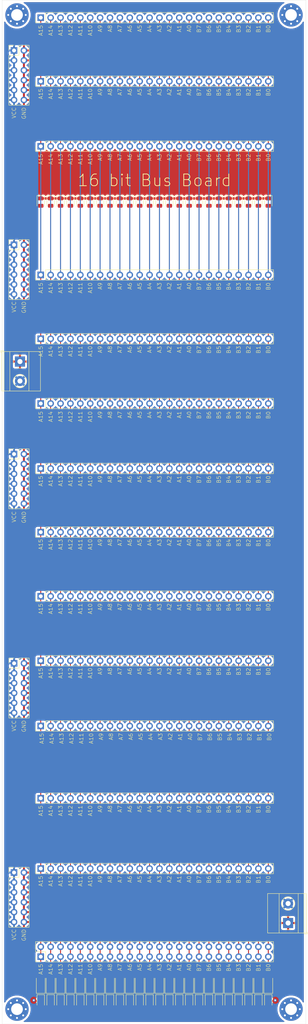
<source format=kicad_pcb>
(kicad_pcb (version 20171130) (host pcbnew "(5.1.10-1-10_14)")
  (layers (0 F.Cu signal) (31 B.Cu signal) (34 B.Paste user) (35 F.Paste user) (36 B.SilkS user) (37 F.SilkS user) (38 B.Mask user) (39 F.Mask user) (44 Edge.Cuts user))
  (net 0 "")
  (net 1 B7)
  (net 2 B6)
  (net 3 B5)
  (net 4 B4)
  (net 5 B3)
  (net 6 B2)
  (net 7 B1)
  (net 8 B0)
  (net 9 A15)
  (net 10 A14)
  (net 11 A13)
  (net 12 A12)
  (net 13 A11)
  (net 14 A10)
  (net 15 A9)
  (net 16 A8)
  (net 17 A7)
  (net 18 A6)
  (net 19 A5)
  (net 20 A4)
  (net 21 A3)
  (net 22 A2)
  (net 23 A1)
  (net 24 A0)
  (net 25 "Net-(D1-Pad1)")
  (net 26 "Net-(D2-Pad1)")
  (net 27 "Net-(D3-Pad1)")
  (net 28 "Net-(D4-Pad1)")
  (net 29 "Net-(D5-Pad1)")
  (net 30 "Net-(D6-Pad1)")
  (net 31 "Net-(D7-Pad1)")
  (net 32 "Net-(D8-Pad1)")
  (net 33 "Net-(D9-Pad1)")
  (net 34 "Net-(D10-Pad1)")
  (net 35 "Net-(D11-Pad1)")
  (net 36 "Net-(D12-Pad1)")
  (net 37 "Net-(D13-Pad1)")
  (net 38 "Net-(D14-Pad1)")
  (net 39 "Net-(D15-Pad1)")
  (net 40 "Net-(D16-Pad1)")
  (net 41 "Net-(D17-Pad1)")
  (net 42 "Net-(D18-Pad1)")
  (net 43 "Net-(D19-Pad1)")
  (net 44 "Net-(D20-Pad1)")
  (net 45 "Net-(D21-Pad1)")
  (net 46 "Net-(D22-Pad1)")
  (net 47 "Net-(D23-Pad1)")
  (net 48 "Net-(D24-Pad1)")
  (net 49 GND)
  (net 50 VCC)
  (module Connector_PinHeader_2.54mm:PinHeader_1x24_P2.54mm_Vertical (layer F.Cu) (at 71.12 56.134 90)
    (fp_text reference J15 hide)
    (fp_text value Conn_01x24)
    (pad 24 thru_hole oval (at 0 58.42 90) (size 1.7 1.7) (drill 1) (layers *.Cu *.Mask) (net 8 B0))
    (pad 23 thru_hole oval (at 0 55.88 90) (size 1.7 1.7) (drill 1) (layers *.Cu *.Mask) (net 7 B1))
    (pad 22 thru_hole oval (at 0 53.34 90) (size 1.7 1.7) (drill 1) (layers *.Cu *.Mask) (net 6 B2))
    (pad 21 thru_hole oval (at 0 50.8 90) (size 1.7 1.7) (drill 1) (layers *.Cu *.Mask) (net 5 B3))
    (pad 20 thru_hole oval (at 0 48.26 90) (size 1.7 1.7) (drill 1) (layers *.Cu *.Mask) (net 4 B4))
    (pad 19 thru_hole oval (at 0 45.72 90) (size 1.7 1.7) (drill 1) (layers *.Cu *.Mask) (net 3 B5))
    (pad 18 thru_hole oval (at 0 43.18 90) (size 1.7 1.7) (drill 1) (layers *.Cu *.Mask) (net 2 B6))
    (pad 17 thru_hole oval (at 0 40.64 90) (size 1.7 1.7) (drill 1) (layers *.Cu *.Mask) (net 1 B7))
    (pad 16 thru_hole oval (at 0 38.1 90) (size 1.7 1.7) (drill 1) (layers *.Cu *.Mask) (net 24 A0))
    (pad 15 thru_hole oval (at 0 35.56 90) (size 1.7 1.7) (drill 1) (layers *.Cu *.Mask) (net 23 A1))
    (pad 14 thru_hole oval (at 0 33.02 90) (size 1.7 1.7) (drill 1) (layers *.Cu *.Mask) (net 22 A2))
    (pad 13 thru_hole oval (at 0 30.48 90) (size 1.7 1.7) (drill 1) (layers *.Cu *.Mask) (net 21 A3))
    (pad 12 thru_hole oval (at 0 27.94 90) (size 1.7 1.7) (drill 1) (layers *.Cu *.Mask) (net 20 A4))
    (pad 11 thru_hole oval (at 0 25.4 90) (size 1.7 1.7) (drill 1) (layers *.Cu *.Mask) (net 19 A5))
    (pad 10 thru_hole oval (at 0 22.86 90) (size 1.7 1.7) (drill 1) (layers *.Cu *.Mask) (net 18 A6))
    (pad 9 thru_hole oval (at 0 20.32 90) (size 1.7 1.7) (drill 1) (layers *.Cu *.Mask) (net 17 A7))
    (pad 8 thru_hole oval (at 0 17.78 90) (size 1.7 1.7) (drill 1) (layers *.Cu *.Mask) (net 16 A8))
    (pad 7 thru_hole oval (at 0 15.24 90) (size 1.7 1.7) (drill 1) (layers *.Cu *.Mask) (net 15 A9))
    (pad 6 thru_hole oval (at 0 12.7 90) (size 1.7 1.7) (drill 1) (layers *.Cu *.Mask) (net 14 A10))
    (pad 5 thru_hole oval (at 0 10.16 90) (size 1.7 1.7) (drill 1) (layers *.Cu *.Mask) (net 13 A11))
    (pad 4 thru_hole oval (at 0 7.62 90) (size 1.7 1.7) (drill 1) (layers *.Cu *.Mask) (net 12 A12))
    (pad 3 thru_hole oval (at 0 5.08 90) (size 1.7 1.7) (drill 1) (layers *.Cu *.Mask) (net 11 A13))
    (pad 2 thru_hole oval (at 0 2.54 90) (size 1.7 1.7) (drill 1) (layers *.Cu *.Mask) (net 10 A14))
    (pad 1 thru_hole rect (at 0 0 90) (size 1.7 1.7) (drill 1) (layers *.Cu *.Mask) (net 9 A15))
  )
  (module Connector_PinHeader_2.54mm:PinHeader_1x24_P2.54mm_Vertical (layer F.Cu) (at 71.12 122.174 90)
    (fp_text reference J13 hide)
    (fp_text value Conn_01x24)
    (pad 24 thru_hole oval (at 0 58.42 90) (size 1.7 1.7) (drill 1) (layers *.Cu *.Mask) (net 8 B0))
    (pad 23 thru_hole oval (at 0 55.88 90) (size 1.7 1.7) (drill 1) (layers *.Cu *.Mask) (net 7 B1))
    (pad 22 thru_hole oval (at 0 53.34 90) (size 1.7 1.7) (drill 1) (layers *.Cu *.Mask) (net 6 B2))
    (pad 21 thru_hole oval (at 0 50.8 90) (size 1.7 1.7) (drill 1) (layers *.Cu *.Mask) (net 5 B3))
    (pad 20 thru_hole oval (at 0 48.26 90) (size 1.7 1.7) (drill 1) (layers *.Cu *.Mask) (net 4 B4))
    (pad 19 thru_hole oval (at 0 45.72 90) (size 1.7 1.7) (drill 1) (layers *.Cu *.Mask) (net 3 B5))
    (pad 18 thru_hole oval (at 0 43.18 90) (size 1.7 1.7) (drill 1) (layers *.Cu *.Mask) (net 2 B6))
    (pad 17 thru_hole oval (at 0 40.64 90) (size 1.7 1.7) (drill 1) (layers *.Cu *.Mask) (net 1 B7))
    (pad 16 thru_hole oval (at 0 38.1 90) (size 1.7 1.7) (drill 1) (layers *.Cu *.Mask) (net 24 A0))
    (pad 15 thru_hole oval (at 0 35.56 90) (size 1.7 1.7) (drill 1) (layers *.Cu *.Mask) (net 23 A1))
    (pad 14 thru_hole oval (at 0 33.02 90) (size 1.7 1.7) (drill 1) (layers *.Cu *.Mask) (net 22 A2))
    (pad 13 thru_hole oval (at 0 30.48 90) (size 1.7 1.7) (drill 1) (layers *.Cu *.Mask) (net 21 A3))
    (pad 12 thru_hole oval (at 0 27.94 90) (size 1.7 1.7) (drill 1) (layers *.Cu *.Mask) (net 20 A4))
    (pad 11 thru_hole oval (at 0 25.4 90) (size 1.7 1.7) (drill 1) (layers *.Cu *.Mask) (net 19 A5))
    (pad 10 thru_hole oval (at 0 22.86 90) (size 1.7 1.7) (drill 1) (layers *.Cu *.Mask) (net 18 A6))
    (pad 9 thru_hole oval (at 0 20.32 90) (size 1.7 1.7) (drill 1) (layers *.Cu *.Mask) (net 17 A7))
    (pad 8 thru_hole oval (at 0 17.78 90) (size 1.7 1.7) (drill 1) (layers *.Cu *.Mask) (net 16 A8))
    (pad 7 thru_hole oval (at 0 15.24 90) (size 1.7 1.7) (drill 1) (layers *.Cu *.Mask) (net 15 A9))
    (pad 6 thru_hole oval (at 0 12.7 90) (size 1.7 1.7) (drill 1) (layers *.Cu *.Mask) (net 14 A10))
    (pad 5 thru_hole oval (at 0 10.16 90) (size 1.7 1.7) (drill 1) (layers *.Cu *.Mask) (net 13 A11))
    (pad 4 thru_hole oval (at 0 7.62 90) (size 1.7 1.7) (drill 1) (layers *.Cu *.Mask) (net 12 A12))
    (pad 3 thru_hole oval (at 0 5.08 90) (size 1.7 1.7) (drill 1) (layers *.Cu *.Mask) (net 11 A13))
    (pad 2 thru_hole oval (at 0 2.54 90) (size 1.7 1.7) (drill 1) (layers *.Cu *.Mask) (net 10 A14))
    (pad 1 thru_hole rect (at 0 0 90) (size 1.7 1.7) (drill 1) (layers *.Cu *.Mask) (net 9 A15))
  )
  (module Connector_PinHeader_2.54mm:PinHeader_1x24_P2.54mm_Vertical (layer F.Cu) (at 71.12 221.488 90)
    (fp_text reference J11 hide)
    (fp_text value Conn_01x24)
    (pad 24 thru_hole oval (at 0 58.42 90) (size 1.7 1.7) (drill 1) (layers *.Cu *.Mask) (net 8 B0))
    (pad 23 thru_hole oval (at 0 55.88 90) (size 1.7 1.7) (drill 1) (layers *.Cu *.Mask) (net 7 B1))
    (pad 22 thru_hole oval (at 0 53.34 90) (size 1.7 1.7) (drill 1) (layers *.Cu *.Mask) (net 6 B2))
    (pad 21 thru_hole oval (at 0 50.8 90) (size 1.7 1.7) (drill 1) (layers *.Cu *.Mask) (net 5 B3))
    (pad 20 thru_hole oval (at 0 48.26 90) (size 1.7 1.7) (drill 1) (layers *.Cu *.Mask) (net 4 B4))
    (pad 19 thru_hole oval (at 0 45.72 90) (size 1.7 1.7) (drill 1) (layers *.Cu *.Mask) (net 3 B5))
    (pad 18 thru_hole oval (at 0 43.18 90) (size 1.7 1.7) (drill 1) (layers *.Cu *.Mask) (net 2 B6))
    (pad 17 thru_hole oval (at 0 40.64 90) (size 1.7 1.7) (drill 1) (layers *.Cu *.Mask) (net 1 B7))
    (pad 16 thru_hole oval (at 0 38.1 90) (size 1.7 1.7) (drill 1) (layers *.Cu *.Mask) (net 24 A0))
    (pad 15 thru_hole oval (at 0 35.56 90) (size 1.7 1.7) (drill 1) (layers *.Cu *.Mask) (net 23 A1))
    (pad 14 thru_hole oval (at 0 33.02 90) (size 1.7 1.7) (drill 1) (layers *.Cu *.Mask) (net 22 A2))
    (pad 13 thru_hole oval (at 0 30.48 90) (size 1.7 1.7) (drill 1) (layers *.Cu *.Mask) (net 21 A3))
    (pad 12 thru_hole oval (at 0 27.94 90) (size 1.7 1.7) (drill 1) (layers *.Cu *.Mask) (net 20 A4))
    (pad 11 thru_hole oval (at 0 25.4 90) (size 1.7 1.7) (drill 1) (layers *.Cu *.Mask) (net 19 A5))
    (pad 10 thru_hole oval (at 0 22.86 90) (size 1.7 1.7) (drill 1) (layers *.Cu *.Mask) (net 18 A6))
    (pad 9 thru_hole oval (at 0 20.32 90) (size 1.7 1.7) (drill 1) (layers *.Cu *.Mask) (net 17 A7))
    (pad 8 thru_hole oval (at 0 17.78 90) (size 1.7 1.7) (drill 1) (layers *.Cu *.Mask) (net 16 A8))
    (pad 7 thru_hole oval (at 0 15.24 90) (size 1.7 1.7) (drill 1) (layers *.Cu *.Mask) (net 15 A9))
    (pad 6 thru_hole oval (at 0 12.7 90) (size 1.7 1.7) (drill 1) (layers *.Cu *.Mask) (net 14 A10))
    (pad 5 thru_hole oval (at 0 10.16 90) (size 1.7 1.7) (drill 1) (layers *.Cu *.Mask) (net 13 A11))
    (pad 4 thru_hole oval (at 0 7.62 90) (size 1.7 1.7) (drill 1) (layers *.Cu *.Mask) (net 12 A12))
    (pad 3 thru_hole oval (at 0 5.08 90) (size 1.7 1.7) (drill 1) (layers *.Cu *.Mask) (net 11 A13))
    (pad 2 thru_hole oval (at 0 2.54 90) (size 1.7 1.7) (drill 1) (layers *.Cu *.Mask) (net 10 A14))
    (pad 1 thru_hole rect (at 0 0 90) (size 1.7 1.7) (drill 1) (layers *.Cu *.Mask) (net 9 A15))
  )
  (module Connector_PinHeader_2.54mm:PinHeader_1x24_P2.54mm_Vertical (layer F.Cu) (at 71.12 258.064 90)
    (fp_text reference J3 hide)
    (fp_text value Conn_01x24)
    (pad 24 thru_hole oval (at 0 58.42 90) (size 1.7 1.7) (drill 1) (layers *.Cu *.Mask) (net 8 B0))
    (pad 23 thru_hole oval (at 0 55.88 90) (size 1.7 1.7) (drill 1) (layers *.Cu *.Mask) (net 7 B1))
    (pad 22 thru_hole oval (at 0 53.34 90) (size 1.7 1.7) (drill 1) (layers *.Cu *.Mask) (net 6 B2))
    (pad 21 thru_hole oval (at 0 50.8 90) (size 1.7 1.7) (drill 1) (layers *.Cu *.Mask) (net 5 B3))
    (pad 20 thru_hole oval (at 0 48.26 90) (size 1.7 1.7) (drill 1) (layers *.Cu *.Mask) (net 4 B4))
    (pad 19 thru_hole oval (at 0 45.72 90) (size 1.7 1.7) (drill 1) (layers *.Cu *.Mask) (net 3 B5))
    (pad 18 thru_hole oval (at 0 43.18 90) (size 1.7 1.7) (drill 1) (layers *.Cu *.Mask) (net 2 B6))
    (pad 17 thru_hole oval (at 0 40.64 90) (size 1.7 1.7) (drill 1) (layers *.Cu *.Mask) (net 1 B7))
    (pad 16 thru_hole oval (at 0 38.1 90) (size 1.7 1.7) (drill 1) (layers *.Cu *.Mask) (net 24 A0))
    (pad 15 thru_hole oval (at 0 35.56 90) (size 1.7 1.7) (drill 1) (layers *.Cu *.Mask) (net 23 A1))
    (pad 14 thru_hole oval (at 0 33.02 90) (size 1.7 1.7) (drill 1) (layers *.Cu *.Mask) (net 22 A2))
    (pad 13 thru_hole oval (at 0 30.48 90) (size 1.7 1.7) (drill 1) (layers *.Cu *.Mask) (net 21 A3))
    (pad 12 thru_hole oval (at 0 27.94 90) (size 1.7 1.7) (drill 1) (layers *.Cu *.Mask) (net 20 A4))
    (pad 11 thru_hole oval (at 0 25.4 90) (size 1.7 1.7) (drill 1) (layers *.Cu *.Mask) (net 19 A5))
    (pad 10 thru_hole oval (at 0 22.86 90) (size 1.7 1.7) (drill 1) (layers *.Cu *.Mask) (net 18 A6))
    (pad 9 thru_hole oval (at 0 20.32 90) (size 1.7 1.7) (drill 1) (layers *.Cu *.Mask) (net 17 A7))
    (pad 8 thru_hole oval (at 0 17.78 90) (size 1.7 1.7) (drill 1) (layers *.Cu *.Mask) (net 16 A8))
    (pad 7 thru_hole oval (at 0 15.24 90) (size 1.7 1.7) (drill 1) (layers *.Cu *.Mask) (net 15 A9))
    (pad 6 thru_hole oval (at 0 12.7 90) (size 1.7 1.7) (drill 1) (layers *.Cu *.Mask) (net 14 A10))
    (pad 5 thru_hole oval (at 0 10.16 90) (size 1.7 1.7) (drill 1) (layers *.Cu *.Mask) (net 13 A11))
    (pad 4 thru_hole oval (at 0 7.62 90) (size 1.7 1.7) (drill 1) (layers *.Cu *.Mask) (net 12 A12))
    (pad 3 thru_hole oval (at 0 5.08 90) (size 1.7 1.7) (drill 1) (layers *.Cu *.Mask) (net 11 A13))
    (pad 2 thru_hole oval (at 0 2.54 90) (size 1.7 1.7) (drill 1) (layers *.Cu *.Mask) (net 10 A14))
    (pad 1 thru_hole rect (at 0 0 90) (size 1.7 1.7) (drill 1) (layers *.Cu *.Mask) (net 9 A15))
  )
  (module Connector_PinHeader_2.54mm:PinHeader_1x24_P2.54mm_Vertical (layer F.Cu) (at 71.12 188.214 90)
    (fp_text reference J2 hide)
    (fp_text value Conn_01x24)
    (pad 24 thru_hole oval (at 0 58.42 90) (size 1.7 1.7) (drill 1) (layers *.Cu *.Mask) (net 8 B0))
    (pad 23 thru_hole oval (at 0 55.88 90) (size 1.7 1.7) (drill 1) (layers *.Cu *.Mask) (net 7 B1))
    (pad 22 thru_hole oval (at 0 53.34 90) (size 1.7 1.7) (drill 1) (layers *.Cu *.Mask) (net 6 B2))
    (pad 21 thru_hole oval (at 0 50.8 90) (size 1.7 1.7) (drill 1) (layers *.Cu *.Mask) (net 5 B3))
    (pad 20 thru_hole oval (at 0 48.26 90) (size 1.7 1.7) (drill 1) (layers *.Cu *.Mask) (net 4 B4))
    (pad 19 thru_hole oval (at 0 45.72 90) (size 1.7 1.7) (drill 1) (layers *.Cu *.Mask) (net 3 B5))
    (pad 18 thru_hole oval (at 0 43.18 90) (size 1.7 1.7) (drill 1) (layers *.Cu *.Mask) (net 2 B6))
    (pad 17 thru_hole oval (at 0 40.64 90) (size 1.7 1.7) (drill 1) (layers *.Cu *.Mask) (net 1 B7))
    (pad 16 thru_hole oval (at 0 38.1 90) (size 1.7 1.7) (drill 1) (layers *.Cu *.Mask) (net 24 A0))
    (pad 15 thru_hole oval (at 0 35.56 90) (size 1.7 1.7) (drill 1) (layers *.Cu *.Mask) (net 23 A1))
    (pad 14 thru_hole oval (at 0 33.02 90) (size 1.7 1.7) (drill 1) (layers *.Cu *.Mask) (net 22 A2))
    (pad 13 thru_hole oval (at 0 30.48 90) (size 1.7 1.7) (drill 1) (layers *.Cu *.Mask) (net 21 A3))
    (pad 12 thru_hole oval (at 0 27.94 90) (size 1.7 1.7) (drill 1) (layers *.Cu *.Mask) (net 20 A4))
    (pad 11 thru_hole oval (at 0 25.4 90) (size 1.7 1.7) (drill 1) (layers *.Cu *.Mask) (net 19 A5))
    (pad 10 thru_hole oval (at 0 22.86 90) (size 1.7 1.7) (drill 1) (layers *.Cu *.Mask) (net 18 A6))
    (pad 9 thru_hole oval (at 0 20.32 90) (size 1.7 1.7) (drill 1) (layers *.Cu *.Mask) (net 17 A7))
    (pad 8 thru_hole oval (at 0 17.78 90) (size 1.7 1.7) (drill 1) (layers *.Cu *.Mask) (net 16 A8))
    (pad 7 thru_hole oval (at 0 15.24 90) (size 1.7 1.7) (drill 1) (layers *.Cu *.Mask) (net 15 A9))
    (pad 6 thru_hole oval (at 0 12.7 90) (size 1.7 1.7) (drill 1) (layers *.Cu *.Mask) (net 14 A10))
    (pad 5 thru_hole oval (at 0 10.16 90) (size 1.7 1.7) (drill 1) (layers *.Cu *.Mask) (net 13 A11))
    (pad 4 thru_hole oval (at 0 7.62 90) (size 1.7 1.7) (drill 1) (layers *.Cu *.Mask) (net 12 A12))
    (pad 3 thru_hole oval (at 0 5.08 90) (size 1.7 1.7) (drill 1) (layers *.Cu *.Mask) (net 11 A13))
    (pad 2 thru_hole oval (at 0 2.54 90) (size 1.7 1.7) (drill 1) (layers *.Cu *.Mask) (net 10 A14))
    (pad 1 thru_hole rect (at 0 0 90) (size 1.7 1.7) (drill 1) (layers *.Cu *.Mask) (net 9 A15))
  )
  (module Connector_PinHeader_2.54mm:PinHeader_1x24_P2.54mm_Vertical (layer F.Cu) (at 71.12 155.448 90)
    (fp_text reference J1 hide)
    (fp_text value Conn_01x24)
    (pad 24 thru_hole oval (at 0 58.42 90) (size 1.7 1.7) (drill 1) (layers *.Cu *.Mask) (net 8 B0))
    (pad 23 thru_hole oval (at 0 55.88 90) (size 1.7 1.7) (drill 1) (layers *.Cu *.Mask) (net 7 B1))
    (pad 22 thru_hole oval (at 0 53.34 90) (size 1.7 1.7) (drill 1) (layers *.Cu *.Mask) (net 6 B2))
    (pad 21 thru_hole oval (at 0 50.8 90) (size 1.7 1.7) (drill 1) (layers *.Cu *.Mask) (net 5 B3))
    (pad 20 thru_hole oval (at 0 48.26 90) (size 1.7 1.7) (drill 1) (layers *.Cu *.Mask) (net 4 B4))
    (pad 19 thru_hole oval (at 0 45.72 90) (size 1.7 1.7) (drill 1) (layers *.Cu *.Mask) (net 3 B5))
    (pad 18 thru_hole oval (at 0 43.18 90) (size 1.7 1.7) (drill 1) (layers *.Cu *.Mask) (net 2 B6))
    (pad 17 thru_hole oval (at 0 40.64 90) (size 1.7 1.7) (drill 1) (layers *.Cu *.Mask) (net 1 B7))
    (pad 16 thru_hole oval (at 0 38.1 90) (size 1.7 1.7) (drill 1) (layers *.Cu *.Mask) (net 24 A0))
    (pad 15 thru_hole oval (at 0 35.56 90) (size 1.7 1.7) (drill 1) (layers *.Cu *.Mask) (net 23 A1))
    (pad 14 thru_hole oval (at 0 33.02 90) (size 1.7 1.7) (drill 1) (layers *.Cu *.Mask) (net 22 A2))
    (pad 13 thru_hole oval (at 0 30.48 90) (size 1.7 1.7) (drill 1) (layers *.Cu *.Mask) (net 21 A3))
    (pad 12 thru_hole oval (at 0 27.94 90) (size 1.7 1.7) (drill 1) (layers *.Cu *.Mask) (net 20 A4))
    (pad 11 thru_hole oval (at 0 25.4 90) (size 1.7 1.7) (drill 1) (layers *.Cu *.Mask) (net 19 A5))
    (pad 10 thru_hole oval (at 0 22.86 90) (size 1.7 1.7) (drill 1) (layers *.Cu *.Mask) (net 18 A6))
    (pad 9 thru_hole oval (at 0 20.32 90) (size 1.7 1.7) (drill 1) (layers *.Cu *.Mask) (net 17 A7))
    (pad 8 thru_hole oval (at 0 17.78 90) (size 1.7 1.7) (drill 1) (layers *.Cu *.Mask) (net 16 A8))
    (pad 7 thru_hole oval (at 0 15.24 90) (size 1.7 1.7) (drill 1) (layers *.Cu *.Mask) (net 15 A9))
    (pad 6 thru_hole oval (at 0 12.7 90) (size 1.7 1.7) (drill 1) (layers *.Cu *.Mask) (net 14 A10))
    (pad 5 thru_hole oval (at 0 10.16 90) (size 1.7 1.7) (drill 1) (layers *.Cu *.Mask) (net 13 A11))
    (pad 4 thru_hole oval (at 0 7.62 90) (size 1.7 1.7) (drill 1) (layers *.Cu *.Mask) (net 12 A12))
    (pad 3 thru_hole oval (at 0 5.08 90) (size 1.7 1.7) (drill 1) (layers *.Cu *.Mask) (net 11 A13))
    (pad 2 thru_hole oval (at 0 2.54 90) (size 1.7 1.7) (drill 1) (layers *.Cu *.Mask) (net 10 A14))
    (pad 1 thru_hole rect (at 0 0 90) (size 1.7 1.7) (drill 1) (layers *.Cu *.Mask) (net 9 A15))
  )
  (module MountingHole:MountingHole_3mm_Pad_Via (layer F.Cu) (at 135.382 39.116 90)
    (fp_text reference REF** hide)
    (fp_text value ' hide)
    (pad 1 thru_hole circle (at 0 0 90) (size 6 6) (drill 3) (layers *.Cu *.Mask))
    (pad 1 thru_hole circle (at 2.25 0 90) (size 0.8 0.8) (drill 0.5) (layers *.Cu *.Mask))
    (pad 1 thru_hole circle (at 1.59099 1.59099 90) (size 0.8 0.8) (drill 0.5) (layers *.Cu *.Mask))
    (pad 1 thru_hole circle (at 0 2.25 90) (size 0.8 0.8) (drill 0.5) (layers *.Cu *.Mask))
    (pad 1 thru_hole circle (at -1.59099 1.59099 90) (size 0.8 0.8) (drill 0.5) (layers *.Cu *.Mask))
    (pad 1 thru_hole circle (at -2.25 0 90) (size 0.8 0.8) (drill 0.5) (layers *.Cu *.Mask))
    (pad 1 thru_hole circle (at -1.59099 -1.59099 90) (size 0.8 0.8) (drill 0.5) (layers *.Cu *.Mask))
    (pad 1 thru_hole circle (at 0 -2.25 90) (size 0.8 0.8) (drill 0.5) (layers *.Cu *.Mask))
    (pad 1 thru_hole circle (at 1.59099 -1.59099 90) (size 0.8 0.8) (drill 0.5) (layers *.Cu *.Mask))
  )
  (module MountingHole:MountingHole_3mm_Pad_Via (layer F.Cu) (at 65.024 39.116 90)
    (fp_text reference REF** hide)
    (fp_text value ' hide)
    (pad 1 thru_hole circle (at 1.59099 -1.59099 90) (size 0.8 0.8) (drill 0.5) (layers *.Cu *.Mask))
    (pad 1 thru_hole circle (at 0 -2.25 90) (size 0.8 0.8) (drill 0.5) (layers *.Cu *.Mask))
    (pad 1 thru_hole circle (at -1.59099 -1.59099 90) (size 0.8 0.8) (drill 0.5) (layers *.Cu *.Mask))
    (pad 1 thru_hole circle (at -2.25 0 90) (size 0.8 0.8) (drill 0.5) (layers *.Cu *.Mask))
    (pad 1 thru_hole circle (at -1.59099 1.59099 90) (size 0.8 0.8) (drill 0.5) (layers *.Cu *.Mask))
    (pad 1 thru_hole circle (at 0 2.25 90) (size 0.8 0.8) (drill 0.5) (layers *.Cu *.Mask))
    (pad 1 thru_hole circle (at 1.59099 1.59099 90) (size 0.8 0.8) (drill 0.5) (layers *.Cu *.Mask))
    (pad 1 thru_hole circle (at 2.25 0 90) (size 0.8 0.8) (drill 0.5) (layers *.Cu *.Mask))
    (pad 1 thru_hole circle (at 0 0 90) (size 6 6) (drill 3) (layers *.Cu *.Mask))
  )
  (module TerminalBlock_Phoenix:TerminalBlock_Phoenix_MKDS-1,5-2_1x02_P5.00mm_Horizontal (layer F.Cu) (at 65.786 128.016 270)
    (fp_text reference J25 hide)
    (fp_text value Screw_Terminal_01x02)
    (pad 2 thru_hole circle (at 5 0 270) (size 2.6 2.6) (drill 1.3) (layers *.Cu *.Mask) (net 50 VCC))
    (pad 1 thru_hole rect (at 0 0 270) (size 2.6 2.6) (drill 1.3) (layers *.Cu *.Mask) (net 49 GND))
  )
  (module TerminalBlock_Phoenix:TerminalBlock_Phoenix_MKDS-1,5-2_1x02_P5.00mm_Horizontal (layer F.Cu) (at 134.62 272.034 90)
    (fp_text reference J24 hide)
    (fp_text value Screw_Terminal_01x02)
    (pad 2 thru_hole circle (at 5 0 90) (size 2.6 2.6) (drill 1.3) (layers *.Cu *.Mask) (net 50 VCC))
    (pad 1 thru_hole rect (at 0 0 90) (size 2.6 2.6) (drill 1.3) (layers *.Cu *.Mask) (net 49 GND))
  )
  (module Connector_PinHeader_2.54mm:PinHeader_2x06_P2.54mm_Vertical (layer F.Cu) (at 64.262 259.08)
    (fp_text reference J14 hide)
    (fp_text value Conn_02x06 hide)
    (pad 1 thru_hole rect (at 0 0) (size 1.7 1.7) (drill 1) (layers *.Cu *.Mask) (net 50 VCC))
    (pad 2 thru_hole oval (at 2.54 0) (size 1.7 1.7) (drill 1) (layers *.Cu *.Mask) (net 49 GND))
    (pad 3 thru_hole oval (at 0 2.54) (size 1.7 1.7) (drill 1) (layers *.Cu *.Mask) (net 50 VCC))
    (pad 4 thru_hole oval (at 2.54 2.54) (size 1.7 1.7) (drill 1) (layers *.Cu *.Mask) (net 49 GND))
    (pad 5 thru_hole oval (at 0 5.08) (size 1.7 1.7) (drill 1) (layers *.Cu *.Mask) (net 50 VCC))
    (pad 6 thru_hole oval (at 2.54 5.08) (size 1.7 1.7) (drill 1) (layers *.Cu *.Mask) (net 49 GND))
    (pad 7 thru_hole oval (at 0 7.62) (size 1.7 1.7) (drill 1) (layers *.Cu *.Mask) (net 50 VCC))
    (pad 8 thru_hole oval (at 2.54 7.62) (size 1.7 1.7) (drill 1) (layers *.Cu *.Mask) (net 49 GND))
    (pad 9 thru_hole oval (at 0 10.16) (size 1.7 1.7) (drill 1) (layers *.Cu *.Mask) (net 50 VCC))
    (pad 10 thru_hole oval (at 2.54 10.16) (size 1.7 1.7) (drill 1) (layers *.Cu *.Mask) (net 49 GND))
    (pad 11 thru_hole oval (at 0 12.7) (size 1.7 1.7) (drill 1) (layers *.Cu *.Mask) (net 50 VCC))
    (pad 12 thru_hole oval (at 2.54 12.7) (size 1.7 1.7) (drill 1) (layers *.Cu *.Mask) (net 49 GND))
  )
  (module Connector_PinHeader_2.54mm:PinHeader_2x06_P2.54mm_Vertical (layer F.Cu) (at 64.282 205.413426)
    (fp_text reference J22 hide)
    (fp_text value Conn_02x06 hide)
    (pad 12 thru_hole oval (at 2.54 12.7) (size 1.7 1.7) (drill 1) (layers *.Cu *.Mask) (net 49 GND))
    (pad 11 thru_hole oval (at 0 12.7) (size 1.7 1.7) (drill 1) (layers *.Cu *.Mask) (net 50 VCC))
    (pad 10 thru_hole oval (at 2.54 10.16) (size 1.7 1.7) (drill 1) (layers *.Cu *.Mask) (net 49 GND))
    (pad 9 thru_hole oval (at 0 10.16) (size 1.7 1.7) (drill 1) (layers *.Cu *.Mask) (net 50 VCC))
    (pad 8 thru_hole oval (at 2.54 7.62) (size 1.7 1.7) (drill 1) (layers *.Cu *.Mask) (net 49 GND))
    (pad 7 thru_hole oval (at 0 7.62) (size 1.7 1.7) (drill 1) (layers *.Cu *.Mask) (net 50 VCC))
    (pad 6 thru_hole oval (at 2.54 5.08) (size 1.7 1.7) (drill 1) (layers *.Cu *.Mask) (net 49 GND))
    (pad 5 thru_hole oval (at 0 5.08) (size 1.7 1.7) (drill 1) (layers *.Cu *.Mask) (net 50 VCC))
    (pad 4 thru_hole oval (at 2.54 2.54) (size 1.7 1.7) (drill 1) (layers *.Cu *.Mask) (net 49 GND))
    (pad 3 thru_hole oval (at 0 2.54) (size 1.7 1.7) (drill 1) (layers *.Cu *.Mask) (net 50 VCC))
    (pad 2 thru_hole oval (at 2.54 0) (size 1.7 1.7) (drill 1) (layers *.Cu *.Mask) (net 49 GND))
    (pad 1 thru_hole rect (at 0 0) (size 1.7 1.7) (drill 1) (layers *.Cu *.Mask) (net 50 VCC))
  )
  (module Connector_PinHeader_2.54mm:PinHeader_2x06_P2.54mm_Vertical (layer F.Cu) (at 64.262 151.746855)
    (fp_text reference J21 hide)
    (fp_text value Conn_02x06 hide)
    (pad 12 thru_hole oval (at 2.54 12.7) (size 1.7 1.7) (drill 1) (layers *.Cu *.Mask) (net 49 GND))
    (pad 11 thru_hole oval (at 0 12.7) (size 1.7 1.7) (drill 1) (layers *.Cu *.Mask) (net 50 VCC))
    (pad 10 thru_hole oval (at 2.54 10.16) (size 1.7 1.7) (drill 1) (layers *.Cu *.Mask) (net 49 GND))
    (pad 9 thru_hole oval (at 0 10.16) (size 1.7 1.7) (drill 1) (layers *.Cu *.Mask) (net 50 VCC))
    (pad 8 thru_hole oval (at 2.54 7.62) (size 1.7 1.7) (drill 1) (layers *.Cu *.Mask) (net 49 GND))
    (pad 7 thru_hole oval (at 0 7.62) (size 1.7 1.7) (drill 1) (layers *.Cu *.Mask) (net 50 VCC))
    (pad 6 thru_hole oval (at 2.54 5.08) (size 1.7 1.7) (drill 1) (layers *.Cu *.Mask) (net 49 GND))
    (pad 5 thru_hole oval (at 0 5.08) (size 1.7 1.7) (drill 1) (layers *.Cu *.Mask) (net 50 VCC))
    (pad 4 thru_hole oval (at 2.54 2.54) (size 1.7 1.7) (drill 1) (layers *.Cu *.Mask) (net 49 GND))
    (pad 3 thru_hole oval (at 0 2.54) (size 1.7 1.7) (drill 1) (layers *.Cu *.Mask) (net 50 VCC))
    (pad 2 thru_hole oval (at 2.54 0) (size 1.7 1.7) (drill 1) (layers *.Cu *.Mask) (net 49 GND))
    (pad 1 thru_hole rect (at 0 0) (size 1.7 1.7) (drill 1) (layers *.Cu *.Mask) (net 50 VCC))
  )
  (module Connector_PinHeader_2.54mm:PinHeader_2x06_P2.54mm_Vertical (layer F.Cu) (at 64.262 98.080284)
    (fp_text reference J20 hide)
    (fp_text value Conn_02x06 hide)
    (pad 12 thru_hole oval (at 2.54 12.7) (size 1.7 1.7) (drill 1) (layers *.Cu *.Mask) (net 49 GND))
    (pad 11 thru_hole oval (at 0 12.7) (size 1.7 1.7) (drill 1) (layers *.Cu *.Mask) (net 50 VCC))
    (pad 10 thru_hole oval (at 2.54 10.16) (size 1.7 1.7) (drill 1) (layers *.Cu *.Mask) (net 49 GND))
    (pad 9 thru_hole oval (at 0 10.16) (size 1.7 1.7) (drill 1) (layers *.Cu *.Mask) (net 50 VCC))
    (pad 8 thru_hole oval (at 2.54 7.62) (size 1.7 1.7) (drill 1) (layers *.Cu *.Mask) (net 49 GND))
    (pad 7 thru_hole oval (at 0 7.62) (size 1.7 1.7) (drill 1) (layers *.Cu *.Mask) (net 50 VCC))
    (pad 6 thru_hole oval (at 2.54 5.08) (size 1.7 1.7) (drill 1) (layers *.Cu *.Mask) (net 49 GND))
    (pad 5 thru_hole oval (at 0 5.08) (size 1.7 1.7) (drill 1) (layers *.Cu *.Mask) (net 50 VCC))
    (pad 4 thru_hole oval (at 2.54 2.54) (size 1.7 1.7) (drill 1) (layers *.Cu *.Mask) (net 49 GND))
    (pad 3 thru_hole oval (at 0 2.54) (size 1.7 1.7) (drill 1) (layers *.Cu *.Mask) (net 50 VCC))
    (pad 2 thru_hole oval (at 2.54 0) (size 1.7 1.7) (drill 1) (layers *.Cu *.Mask) (net 49 GND))
    (pad 1 thru_hole rect (at 0 0) (size 1.7 1.7) (drill 1) (layers *.Cu *.Mask) (net 50 VCC))
  )
  (module Connector_PinHeader_2.54mm:PinHeader_2x06_P2.54mm_Vertical (layer F.Cu) (at 64.262 48.223713)
    (fp_text reference J16 hide)
    (fp_text value Conn_02x06 hide)
    (pad 12 thru_hole oval (at 2.54 12.7) (size 1.7 1.7) (drill 1) (layers *.Cu *.Mask) (net 49 GND))
    (pad 11 thru_hole oval (at 0 12.7) (size 1.7 1.7) (drill 1) (layers *.Cu *.Mask) (net 50 VCC))
    (pad 10 thru_hole oval (at 2.54 10.16) (size 1.7 1.7) (drill 1) (layers *.Cu *.Mask) (net 49 GND))
    (pad 9 thru_hole oval (at 0 10.16) (size 1.7 1.7) (drill 1) (layers *.Cu *.Mask) (net 50 VCC))
    (pad 8 thru_hole oval (at 2.54 7.62) (size 1.7 1.7) (drill 1) (layers *.Cu *.Mask) (net 49 GND))
    (pad 7 thru_hole oval (at 0 7.62) (size 1.7 1.7) (drill 1) (layers *.Cu *.Mask) (net 50 VCC))
    (pad 6 thru_hole oval (at 2.54 5.08) (size 1.7 1.7) (drill 1) (layers *.Cu *.Mask) (net 49 GND))
    (pad 5 thru_hole oval (at 0 5.08) (size 1.7 1.7) (drill 1) (layers *.Cu *.Mask) (net 50 VCC))
    (pad 4 thru_hole oval (at 2.54 2.54) (size 1.7 1.7) (drill 1) (layers *.Cu *.Mask) (net 49 GND))
    (pad 3 thru_hole oval (at 0 2.54) (size 1.7 1.7) (drill 1) (layers *.Cu *.Mask) (net 50 VCC))
    (pad 2 thru_hole oval (at 2.54 0) (size 1.7 1.7) (drill 1) (layers *.Cu *.Mask) (net 49 GND))
    (pad 1 thru_hole rect (at 0 0) (size 1.7 1.7) (drill 1) (layers *.Cu *.Mask) (net 50 VCC))
  )
  (module LED_SMD:LED_0805_2012Metric (layer F.Cu) (at 129.54 87.122 270)
    (fp_text reference R48 hide)
    (fp_text value R_Small_US hide)
    (pad 2 smd roundrect (at 0.9375 0 270) (size 0.975 1.4) (layers F.Cu F.Paste F.Mask) (net 8 B0))
    (pad 1 smd roundrect (at -0.9375 0 270) (size 0.975 1.4) (layers F.Cu F.Paste F.Mask) (net 49 GND))
  )
  (module LED_SMD:LED_0805_2012Metric (layer F.Cu) (at 127 87.122 270)
    (fp_text reference R47 hide)
    (fp_text value R_Small_US hide)
    (pad 2 smd roundrect (at 0.9375 0 270) (size 0.975 1.4) (layers F.Cu F.Paste F.Mask) (net 7 B1))
    (pad 1 smd roundrect (at -0.9375 0 270) (size 0.975 1.4) (layers F.Cu F.Paste F.Mask) (net 49 GND))
  )
  (module LED_SMD:LED_0805_2012Metric (layer F.Cu) (at 124.46 87.122 270)
    (fp_text reference R46 hide)
    (fp_text value R_Small_US hide)
    (pad 2 smd roundrect (at 0.9375 0 270) (size 0.975 1.4) (layers F.Cu F.Paste F.Mask) (net 6 B2))
    (pad 1 smd roundrect (at -0.9375 0 270) (size 0.975 1.4) (layers F.Cu F.Paste F.Mask) (net 49 GND))
  )
  (module LED_SMD:LED_0805_2012Metric (layer F.Cu) (at 121.92 87.122 270)
    (fp_text reference R45 hide)
    (fp_text value R_Small_US hide)
    (pad 2 smd roundrect (at 0.9375 0 270) (size 0.975 1.4) (layers F.Cu F.Paste F.Mask) (net 5 B3))
    (pad 1 smd roundrect (at -0.9375 0 270) (size 0.975 1.4) (layers F.Cu F.Paste F.Mask) (net 49 GND))
  )
  (module LED_SMD:LED_0805_2012Metric (layer F.Cu) (at 119.38 87.122 270)
    (fp_text reference R44 hide)
    (fp_text value R_Small_US hide)
    (pad 2 smd roundrect (at 0.9375 0 270) (size 0.975 1.4) (layers F.Cu F.Paste F.Mask) (net 4 B4))
    (pad 1 smd roundrect (at -0.9375 0 270) (size 0.975 1.4) (layers F.Cu F.Paste F.Mask) (net 49 GND))
  )
  (module LED_SMD:LED_0805_2012Metric (layer F.Cu) (at 116.84 87.122 270)
    (fp_text reference R43 hide)
    (fp_text value R_Small_US hide)
    (pad 2 smd roundrect (at 0.9375 0 270) (size 0.975 1.4) (layers F.Cu F.Paste F.Mask) (net 3 B5))
    (pad 1 smd roundrect (at -0.9375 0 270) (size 0.975 1.4) (layers F.Cu F.Paste F.Mask) (net 49 GND))
  )
  (module LED_SMD:LED_0805_2012Metric (layer F.Cu) (at 114.3 87.122 270)
    (fp_text reference R42 hide)
    (fp_text value R_Small_US hide)
    (pad 2 smd roundrect (at 0.9375 0 270) (size 0.975 1.4) (layers F.Cu F.Paste F.Mask) (net 2 B6))
    (pad 1 smd roundrect (at -0.9375 0 270) (size 0.975 1.4) (layers F.Cu F.Paste F.Mask) (net 49 GND))
  )
  (module LED_SMD:LED_0805_2012Metric (layer F.Cu) (at 111.76 87.122 270)
    (fp_text reference R41 hide)
    (fp_text value R_Small_US hide)
    (pad 2 smd roundrect (at 0.9375 0 270) (size 0.975 1.4) (layers F.Cu F.Paste F.Mask) (net 1 B7))
    (pad 1 smd roundrect (at -0.9375 0 270) (size 0.975 1.4) (layers F.Cu F.Paste F.Mask) (net 49 GND))
  )
  (module LED_SMD:LED_0805_2012Metric (layer F.Cu) (at 109.22 87.122 270)
    (fp_text reference R40 hide)
    (fp_text value R_Small_US hide)
    (pad 2 smd roundrect (at 0.9375 0 270) (size 0.975 1.4) (layers F.Cu F.Paste F.Mask) (net 24 A0))
    (pad 1 smd roundrect (at -0.9375 0 270) (size 0.975 1.4) (layers F.Cu F.Paste F.Mask) (net 49 GND))
  )
  (module LED_SMD:LED_0805_2012Metric (layer F.Cu) (at 106.68 87.122 270)
    (fp_text reference R39 hide)
    (fp_text value R_Small_US hide)
    (pad 2 smd roundrect (at 0.9375 0 270) (size 0.975 1.4) (layers F.Cu F.Paste F.Mask) (net 23 A1))
    (pad 1 smd roundrect (at -0.9375 0 270) (size 0.975 1.4) (layers F.Cu F.Paste F.Mask) (net 49 GND))
  )
  (module LED_SMD:LED_0805_2012Metric (layer F.Cu) (at 104.14 87.122 270)
    (fp_text reference R38 hide)
    (fp_text value R_Small_US hide)
    (pad 2 smd roundrect (at 0.9375 0 270) (size 0.975 1.4) (layers F.Cu F.Paste F.Mask) (net 22 A2))
    (pad 1 smd roundrect (at -0.9375 0 270) (size 0.975 1.4) (layers F.Cu F.Paste F.Mask) (net 49 GND))
  )
  (module LED_SMD:LED_0805_2012Metric (layer F.Cu) (at 101.6 87.122 270)
    (fp_text reference R37 hide)
    (fp_text value R_Small_US hide)
    (pad 2 smd roundrect (at 0.9375 0 270) (size 0.975 1.4) (layers F.Cu F.Paste F.Mask) (net 21 A3))
    (pad 1 smd roundrect (at -0.9375 0 270) (size 0.975 1.4) (layers F.Cu F.Paste F.Mask) (net 49 GND))
  )
  (module LED_SMD:LED_0805_2012Metric (layer F.Cu) (at 99.06 87.122 270)
    (fp_text reference R36 hide)
    (fp_text value R_Small_US hide)
    (pad 2 smd roundrect (at 0.9375 0 270) (size 0.975 1.4) (layers F.Cu F.Paste F.Mask) (net 20 A4))
    (pad 1 smd roundrect (at -0.9375 0 270) (size 0.975 1.4) (layers F.Cu F.Paste F.Mask) (net 49 GND))
  )
  (module LED_SMD:LED_0805_2012Metric (layer F.Cu) (at 96.52 87.122 270)
    (fp_text reference R35 hide)
    (fp_text value R_Small_US hide)
    (pad 2 smd roundrect (at 0.9375 0 270) (size 0.975 1.4) (layers F.Cu F.Paste F.Mask) (net 19 A5))
    (pad 1 smd roundrect (at -0.9375 0 270) (size 0.975 1.4) (layers F.Cu F.Paste F.Mask) (net 49 GND))
  )
  (module LED_SMD:LED_0805_2012Metric (layer F.Cu) (at 93.98 87.122 270)
    (fp_text reference R34 hide)
    (fp_text value R_Small_US hide)
    (pad 2 smd roundrect (at 0.9375 0 270) (size 0.975 1.4) (layers F.Cu F.Paste F.Mask) (net 18 A6))
    (pad 1 smd roundrect (at -0.9375 0 270) (size 0.975 1.4) (layers F.Cu F.Paste F.Mask) (net 49 GND))
  )
  (module LED_SMD:LED_0805_2012Metric (layer F.Cu) (at 91.44 87.122 270)
    (fp_text reference R33 hide)
    (fp_text value R_Small_US hide)
    (pad 2 smd roundrect (at 0.9375 0 270) (size 0.975 1.4) (layers F.Cu F.Paste F.Mask) (net 17 A7))
    (pad 1 smd roundrect (at -0.9375 0 270) (size 0.975 1.4) (layers F.Cu F.Paste F.Mask) (net 49 GND))
  )
  (module LED_SMD:LED_0805_2012Metric (layer F.Cu) (at 88.9 87.122 270)
    (fp_text reference R32 hide)
    (fp_text value R_Small_US hide)
    (pad 2 smd roundrect (at 0.9375 0 270) (size 0.975 1.4) (layers F.Cu F.Paste F.Mask) (net 16 A8))
    (pad 1 smd roundrect (at -0.9375 0 270) (size 0.975 1.4) (layers F.Cu F.Paste F.Mask) (net 49 GND))
  )
  (module LED_SMD:LED_0805_2012Metric (layer F.Cu) (at 86.36 87.122 270)
    (fp_text reference R31 hide)
    (fp_text value R_Small_US hide)
    (pad 2 smd roundrect (at 0.9375 0 270) (size 0.975 1.4) (layers F.Cu F.Paste F.Mask) (net 15 A9))
    (pad 1 smd roundrect (at -0.9375 0 270) (size 0.975 1.4) (layers F.Cu F.Paste F.Mask) (net 49 GND))
  )
  (module LED_SMD:LED_0805_2012Metric (layer F.Cu) (at 83.82 87.122 270)
    (fp_text reference R30 hide)
    (fp_text value R_Small_US hide)
    (pad 2 smd roundrect (at 0.9375 0 270) (size 0.975 1.4) (layers F.Cu F.Paste F.Mask) (net 14 A10))
    (pad 1 smd roundrect (at -0.9375 0 270) (size 0.975 1.4) (layers F.Cu F.Paste F.Mask) (net 49 GND))
  )
  (module LED_SMD:LED_0805_2012Metric (layer F.Cu) (at 81.28 87.122 270)
    (fp_text reference R29 hide)
    (fp_text value R_Small_US hide)
    (pad 2 smd roundrect (at 0.9375 0 270) (size 0.975 1.4) (layers F.Cu F.Paste F.Mask) (net 13 A11))
    (pad 1 smd roundrect (at -0.9375 0 270) (size 0.975 1.4) (layers F.Cu F.Paste F.Mask) (net 49 GND))
  )
  (module LED_SMD:LED_0805_2012Metric (layer F.Cu) (at 78.74 87.122 270)
    (fp_text reference R28 hide)
    (fp_text value R_Small_US hide)
    (pad 2 smd roundrect (at 0.9375 0 270) (size 0.975 1.4) (layers F.Cu F.Paste F.Mask) (net 12 A12))
    (pad 1 smd roundrect (at -0.9375 0 270) (size 0.975 1.4) (layers F.Cu F.Paste F.Mask) (net 49 GND))
  )
  (module LED_SMD:LED_0805_2012Metric (layer F.Cu) (at 76.2 87.122 270)
    (fp_text reference R27 hide)
    (fp_text value R_Small_US hide)
    (pad 2 smd roundrect (at 0.9375 0 270) (size 0.975 1.4) (layers F.Cu F.Paste F.Mask) (net 11 A13))
    (pad 1 smd roundrect (at -0.9375 0 270) (size 0.975 1.4) (layers F.Cu F.Paste F.Mask) (net 49 GND))
  )
  (module LED_SMD:LED_0805_2012Metric (layer F.Cu) (at 73.66 87.122 270)
    (fp_text reference R26 hide)
    (fp_text value R_Small_US hide)
    (pad 2 smd roundrect (at 0.9375 0 270) (size 0.975 1.4) (layers F.Cu F.Paste F.Mask) (net 10 A14))
    (pad 1 smd roundrect (at -0.9375 0 270) (size 0.975 1.4) (layers F.Cu F.Paste F.Mask) (net 49 GND))
  )
  (module LED_SMD:LED_0805_2012Metric (layer F.Cu) (at 71.12 87.122 270)
    (fp_text reference R25 hide)
    (fp_text value R_Small_US hide)
    (pad 2 smd roundrect (at 0.9375 0 270) (size 0.975 1.4) (layers F.Cu F.Paste F.Mask) (net 9 A15))
    (pad 1 smd roundrect (at -0.9375 0 270) (size 0.975 1.4) (layers F.Cu F.Paste F.Mask) (net 49 GND))
  )
  (module LED_SMD:LED_0805_2012Metric (layer F.Cu) (at 71.12 292.1 270)
    (fp_text reference R24 hide)
    (fp_text value R_Small_US hide)
    (pad 2 smd roundrect (at 0.9375 0 270) (size 0.975 1.4) (layers F.Cu F.Paste F.Mask) (net 49 GND))
    (pad 1 smd roundrect (at -0.9375 0 270) (size 0.975 1.4) (layers F.Cu F.Paste F.Mask) (net 48 "Net-(D24-Pad1)"))
  )
  (module LED_SMD:LED_0805_2012Metric (layer F.Cu) (at 73.66 292.1 270)
    (fp_text reference R23 hide)
    (fp_text value R_Small_US hide)
    (pad 2 smd roundrect (at 0.9375 0 270) (size 0.975 1.4) (layers F.Cu F.Paste F.Mask) (net 49 GND))
    (pad 1 smd roundrect (at -0.9375 0 270) (size 0.975 1.4) (layers F.Cu F.Paste F.Mask) (net 47 "Net-(D23-Pad1)"))
  )
  (module LED_SMD:LED_0805_2012Metric (layer F.Cu) (at 76.2 292.1 270)
    (fp_text reference R22 hide)
    (fp_text value R_Small_US hide)
    (pad 2 smd roundrect (at 0.9375 0 270) (size 0.975 1.4) (layers F.Cu F.Paste F.Mask) (net 49 GND))
    (pad 1 smd roundrect (at -0.9375 0 270) (size 0.975 1.4) (layers F.Cu F.Paste F.Mask) (net 46 "Net-(D22-Pad1)"))
  )
  (module LED_SMD:LED_0805_2012Metric (layer F.Cu) (at 78.74 292.1 270)
    (fp_text reference R21 hide)
    (fp_text value R_Small_US hide)
    (pad 2 smd roundrect (at 0.9375 0 270) (size 0.975 1.4) (layers F.Cu F.Paste F.Mask) (net 49 GND))
    (pad 1 smd roundrect (at -0.9375 0 270) (size 0.975 1.4) (layers F.Cu F.Paste F.Mask) (net 45 "Net-(D21-Pad1)"))
  )
  (module LED_SMD:LED_0805_2012Metric (layer F.Cu) (at 81.28 292.1 270)
    (fp_text reference R20 hide)
    (fp_text value R_Small_US hide)
    (pad 2 smd roundrect (at 0.9375 0 270) (size 0.975 1.4) (layers F.Cu F.Paste F.Mask) (net 49 GND))
    (pad 1 smd roundrect (at -0.9375 0 270) (size 0.975 1.4) (layers F.Cu F.Paste F.Mask) (net 44 "Net-(D20-Pad1)"))
  )
  (module LED_SMD:LED_0805_2012Metric (layer F.Cu) (at 83.82 292.1 270)
    (fp_text reference R19 hide)
    (fp_text value R_Small_US hide)
    (pad 2 smd roundrect (at 0.9375 0 270) (size 0.975 1.4) (layers F.Cu F.Paste F.Mask) (net 49 GND))
    (pad 1 smd roundrect (at -0.9375 0 270) (size 0.975 1.4) (layers F.Cu F.Paste F.Mask) (net 43 "Net-(D19-Pad1)"))
  )
  (module LED_SMD:LED_0805_2012Metric (layer F.Cu) (at 86.36 292.1 270)
    (fp_text reference R18 hide)
    (fp_text value R_Small_US hide)
    (pad 2 smd roundrect (at 0.9375 0 270) (size 0.975 1.4) (layers F.Cu F.Paste F.Mask) (net 49 GND))
    (pad 1 smd roundrect (at -0.9375 0 270) (size 0.975 1.4) (layers F.Cu F.Paste F.Mask) (net 42 "Net-(D18-Pad1)"))
  )
  (module LED_SMD:LED_0805_2012Metric (layer F.Cu) (at 88.9 292.1 270)
    (fp_text reference R17 hide)
    (fp_text value R_Small_US hide)
    (pad 2 smd roundrect (at 0.9375 0 270) (size 0.975 1.4) (layers F.Cu F.Paste F.Mask) (net 49 GND))
    (pad 1 smd roundrect (at -0.9375 0 270) (size 0.975 1.4) (layers F.Cu F.Paste F.Mask) (net 41 "Net-(D17-Pad1)"))
  )
  (module LED_SMD:LED_0805_2012Metric (layer F.Cu) (at 91.44 292.1 270)
    (fp_text reference R16 hide)
    (fp_text value R_Small_US hide)
    (pad 2 smd roundrect (at 0.9375 0 270) (size 0.975 1.4) (layers F.Cu F.Paste F.Mask) (net 49 GND))
    (pad 1 smd roundrect (at -0.9375 0 270) (size 0.975 1.4) (layers F.Cu F.Paste F.Mask) (net 40 "Net-(D16-Pad1)"))
  )
  (module LED_SMD:LED_0805_2012Metric (layer F.Cu) (at 93.98 292.1 270)
    (fp_text reference R15 hide)
    (fp_text value R_Small_US hide)
    (pad 2 smd roundrect (at 0.9375 0 270) (size 0.975 1.4) (layers F.Cu F.Paste F.Mask) (net 49 GND))
    (pad 1 smd roundrect (at -0.9375 0 270) (size 0.975 1.4) (layers F.Cu F.Paste F.Mask) (net 39 "Net-(D15-Pad1)"))
  )
  (module LED_SMD:LED_0805_2012Metric (layer F.Cu) (at 96.52 292.1 270)
    (fp_text reference R14 hide)
    (fp_text value R_Small_US hide)
    (pad 2 smd roundrect (at 0.9375 0 270) (size 0.975 1.4) (layers F.Cu F.Paste F.Mask) (net 49 GND))
    (pad 1 smd roundrect (at -0.9375 0 270) (size 0.975 1.4) (layers F.Cu F.Paste F.Mask) (net 38 "Net-(D14-Pad1)"))
  )
  (module LED_SMD:LED_0805_2012Metric (layer F.Cu) (at 99.06 292.1 270)
    (fp_text reference R13 hide)
    (fp_text value R_Small_US hide)
    (pad 2 smd roundrect (at 0.9375 0 270) (size 0.975 1.4) (layers F.Cu F.Paste F.Mask) (net 49 GND))
    (pad 1 smd roundrect (at -0.9375 0 270) (size 0.975 1.4) (layers F.Cu F.Paste F.Mask) (net 37 "Net-(D13-Pad1)"))
  )
  (module LED_SMD:LED_0805_2012Metric (layer F.Cu) (at 101.6 292.1 270)
    (fp_text reference R12 hide)
    (fp_text value R_Small_US hide)
    (pad 2 smd roundrect (at 0.9375 0 270) (size 0.975 1.4) (layers F.Cu F.Paste F.Mask) (net 49 GND))
    (pad 1 smd roundrect (at -0.9375 0 270) (size 0.975 1.4) (layers F.Cu F.Paste F.Mask) (net 36 "Net-(D12-Pad1)"))
  )
  (module LED_SMD:LED_0805_2012Metric (layer F.Cu) (at 104.14 292.1 270)
    (fp_text reference R11 hide)
    (fp_text value R_Small_US hide)
    (pad 2 smd roundrect (at 0.9375 0 270) (size 0.975 1.4) (layers F.Cu F.Paste F.Mask) (net 49 GND))
    (pad 1 smd roundrect (at -0.9375 0 270) (size 0.975 1.4) (layers F.Cu F.Paste F.Mask) (net 35 "Net-(D11-Pad1)"))
  )
  (module LED_SMD:LED_0805_2012Metric (layer F.Cu) (at 106.68 292.1 270)
    (fp_text reference R10 hide)
    (fp_text value R_Small_US hide)
    (pad 2 smd roundrect (at 0.9375 0 270) (size 0.975 1.4) (layers F.Cu F.Paste F.Mask) (net 49 GND))
    (pad 1 smd roundrect (at -0.9375 0 270) (size 0.975 1.4) (layers F.Cu F.Paste F.Mask) (net 34 "Net-(D10-Pad1)"))
  )
  (module LED_SMD:LED_0805_2012Metric (layer F.Cu) (at 109.22 292.1 270)
    (fp_text reference R9 hide)
    (fp_text value R_Small_US hide)
    (pad 2 smd roundrect (at 0.9375 0 270) (size 0.975 1.4) (layers F.Cu F.Paste F.Mask) (net 49 GND))
    (pad 1 smd roundrect (at -0.9375 0 270) (size 0.975 1.4) (layers F.Cu F.Paste F.Mask) (net 33 "Net-(D9-Pad1)"))
  )
  (module LED_SMD:LED_0805_2012Metric (layer F.Cu) (at 111.76 292.1 270)
    (fp_text reference R8 hide)
    (fp_text value R_Small_US hide)
    (pad 2 smd roundrect (at 0.9375 0 270) (size 0.975 1.4) (layers F.Cu F.Paste F.Mask) (net 49 GND))
    (pad 1 smd roundrect (at -0.9375 0 270) (size 0.975 1.4) (layers F.Cu F.Paste F.Mask) (net 32 "Net-(D8-Pad1)"))
  )
  (module LED_SMD:LED_0805_2012Metric (layer F.Cu) (at 114.3 292.1 270)
    (fp_text reference R7 hide)
    (fp_text value R_Small_US hide)
    (pad 2 smd roundrect (at 0.9375 0 270) (size 0.975 1.4) (layers F.Cu F.Paste F.Mask) (net 49 GND))
    (pad 1 smd roundrect (at -0.9375 0 270) (size 0.975 1.4) (layers F.Cu F.Paste F.Mask) (net 31 "Net-(D7-Pad1)"))
  )
  (module LED_SMD:LED_0805_2012Metric (layer F.Cu) (at 116.84 292.1 270)
    (fp_text reference R6 hide)
    (fp_text value R_Small_US hide)
    (pad 2 smd roundrect (at 0.9375 0 270) (size 0.975 1.4) (layers F.Cu F.Paste F.Mask) (net 49 GND))
    (pad 1 smd roundrect (at -0.9375 0 270) (size 0.975 1.4) (layers F.Cu F.Paste F.Mask) (net 30 "Net-(D6-Pad1)"))
  )
  (module LED_SMD:LED_0805_2012Metric (layer F.Cu) (at 119.38 292.1 270)
    (fp_text reference R5 hide)
    (fp_text value R_Small_US hide)
    (pad 2 smd roundrect (at 0.9375 0 270) (size 0.975 1.4) (layers F.Cu F.Paste F.Mask) (net 49 GND))
    (pad 1 smd roundrect (at -0.9375 0 270) (size 0.975 1.4) (layers F.Cu F.Paste F.Mask) (net 29 "Net-(D5-Pad1)"))
  )
  (module LED_SMD:LED_0805_2012Metric (layer F.Cu) (at 121.92 292.1 270)
    (fp_text reference R4 hide)
    (fp_text value R_Small_US hide)
    (pad 2 smd roundrect (at 0.9375 0 270) (size 0.975 1.4) (layers F.Cu F.Paste F.Mask) (net 49 GND))
    (pad 1 smd roundrect (at -0.9375 0 270) (size 0.975 1.4) (layers F.Cu F.Paste F.Mask) (net 28 "Net-(D4-Pad1)"))
  )
  (module LED_SMD:LED_0805_2012Metric (layer F.Cu) (at 124.46 292.1 270)
    (fp_text reference R3 hide)
    (fp_text value R_Small_US hide)
    (pad 2 smd roundrect (at 0.9375 0 270) (size 0.975 1.4) (layers F.Cu F.Paste F.Mask) (net 49 GND))
    (pad 1 smd roundrect (at -0.9375 0 270) (size 0.975 1.4) (layers F.Cu F.Paste F.Mask) (net 27 "Net-(D3-Pad1)"))
  )
  (module LED_SMD:LED_0805_2012Metric (layer F.Cu) (at 127 292.1 270)
    (fp_text reference R2 hide)
    (fp_text value R_Small_US hide)
    (pad 2 smd roundrect (at 0.9375 0 270) (size 0.975 1.4) (layers F.Cu F.Paste F.Mask) (net 49 GND))
    (pad 1 smd roundrect (at -0.9375 0 270) (size 0.975 1.4) (layers F.Cu F.Paste F.Mask) (net 26 "Net-(D2-Pad1)"))
  )
  (module LED_SMD:LED_1206_3216Metric (layer F.Cu) (at 71.12 287.782 90)
    (fp_text reference D24 hide)
    (fp_text value LED hide)
    (pad 2 smd roundrect (at 1.4 0 90) (size 1.25 1.75) (layers F.Cu F.Paste F.Mask) (roundrect_rratio 0.2) (net 9 A15))
    (pad 1 smd roundrect (at -1.4 0 90) (size 1.25 1.75) (layers F.Cu F.Paste F.Mask) (roundrect_rratio 0.2) (net 48 "Net-(D24-Pad1)"))
  )
  (module LED_SMD:LED_1206_3216Metric (layer F.Cu) (at 73.66 287.782 90)
    (fp_text reference D23 hide)
    (fp_text value LED hide)
    (pad 2 smd roundrect (at 1.4 0 90) (size 1.25 1.75) (layers F.Cu F.Paste F.Mask) (roundrect_rratio 0.2) (net 10 A14))
    (pad 1 smd roundrect (at -1.4 0 90) (size 1.25 1.75) (layers F.Cu F.Paste F.Mask) (roundrect_rratio 0.2) (net 47 "Net-(D23-Pad1)"))
  )
  (module LED_SMD:LED_1206_3216Metric (layer F.Cu) (at 76.2 287.782 90)
    (fp_text reference D22 hide)
    (fp_text value LED hide)
    (pad 2 smd roundrect (at 1.4 0 90) (size 1.25 1.75) (layers F.Cu F.Paste F.Mask) (roundrect_rratio 0.2) (net 11 A13))
    (pad 1 smd roundrect (at -1.4 0 90) (size 1.25 1.75) (layers F.Cu F.Paste F.Mask) (roundrect_rratio 0.2) (net 46 "Net-(D22-Pad1)"))
  )
  (module LED_SMD:LED_1206_3216Metric (layer F.Cu) (at 78.74 287.782 90)
    (fp_text reference D21 hide)
    (fp_text value LED hide)
    (pad 2 smd roundrect (at 1.4 0 90) (size 1.25 1.75) (layers F.Cu F.Paste F.Mask) (roundrect_rratio 0.2) (net 12 A12))
    (pad 1 smd roundrect (at -1.4 0 90) (size 1.25 1.75) (layers F.Cu F.Paste F.Mask) (roundrect_rratio 0.2) (net 45 "Net-(D21-Pad1)"))
  )
  (module LED_SMD:LED_1206_3216Metric (layer F.Cu) (at 81.28 287.782 90)
    (fp_text reference D20 hide)
    (fp_text value LED hide)
    (pad 2 smd roundrect (at 1.4 0 90) (size 1.25 1.75) (layers F.Cu F.Paste F.Mask) (roundrect_rratio 0.2) (net 13 A11))
    (pad 1 smd roundrect (at -1.4 0 90) (size 1.25 1.75) (layers F.Cu F.Paste F.Mask) (roundrect_rratio 0.2) (net 44 "Net-(D20-Pad1)"))
  )
  (module LED_SMD:LED_1206_3216Metric (layer F.Cu) (at 83.82 287.782 90)
    (fp_text reference D19 hide)
    (fp_text value LED hide)
    (pad 2 smd roundrect (at 1.4 0 90) (size 1.25 1.75) (layers F.Cu F.Paste F.Mask) (roundrect_rratio 0.2) (net 14 A10))
    (pad 1 smd roundrect (at -1.4 0 90) (size 1.25 1.75) (layers F.Cu F.Paste F.Mask) (roundrect_rratio 0.2) (net 43 "Net-(D19-Pad1)"))
  )
  (module LED_SMD:LED_1206_3216Metric (layer F.Cu) (at 86.36 287.782 90)
    (fp_text reference D18 hide)
    (fp_text value LED hide)
    (pad 2 smd roundrect (at 1.4 0 90) (size 1.25 1.75) (layers F.Cu F.Paste F.Mask) (roundrect_rratio 0.2) (net 15 A9))
    (pad 1 smd roundrect (at -1.4 0 90) (size 1.25 1.75) (layers F.Cu F.Paste F.Mask) (roundrect_rratio 0.2) (net 42 "Net-(D18-Pad1)"))
  )
  (module LED_SMD:LED_1206_3216Metric (layer F.Cu) (at 88.9 287.782 90)
    (fp_text reference D17 hide)
    (fp_text value LED hide)
    (pad 2 smd roundrect (at 1.4 0 90) (size 1.25 1.75) (layers F.Cu F.Paste F.Mask) (roundrect_rratio 0.2) (net 16 A8))
    (pad 1 smd roundrect (at -1.4 0 90) (size 1.25 1.75) (layers F.Cu F.Paste F.Mask) (roundrect_rratio 0.2) (net 41 "Net-(D17-Pad1)"))
  )
  (module LED_SMD:LED_1206_3216Metric (layer F.Cu) (at 91.44 287.782 90)
    (fp_text reference D16 hide)
    (fp_text value LED hide)
    (pad 2 smd roundrect (at 1.4 0 90) (size 1.25 1.75) (layers F.Cu F.Paste F.Mask) (roundrect_rratio 0.2) (net 17 A7))
    (pad 1 smd roundrect (at -1.4 0 90) (size 1.25 1.75) (layers F.Cu F.Paste F.Mask) (roundrect_rratio 0.2) (net 40 "Net-(D16-Pad1)"))
  )
  (module LED_SMD:LED_1206_3216Metric (layer F.Cu) (at 93.98 287.782 90)
    (fp_text reference D15 hide)
    (fp_text value LED hide)
    (pad 2 smd roundrect (at 1.4 0 90) (size 1.25 1.75) (layers F.Cu F.Paste F.Mask) (roundrect_rratio 0.2) (net 18 A6))
    (pad 1 smd roundrect (at -1.4 0 90) (size 1.25 1.75) (layers F.Cu F.Paste F.Mask) (roundrect_rratio 0.2) (net 39 "Net-(D15-Pad1)"))
  )
  (module LED_SMD:LED_1206_3216Metric (layer F.Cu) (at 96.52 287.782 90)
    (fp_text reference D14 hide)
    (fp_text value LED hide)
    (pad 2 smd roundrect (at 1.4 0 90) (size 1.25 1.75) (layers F.Cu F.Paste F.Mask) (roundrect_rratio 0.2) (net 19 A5))
    (pad 1 smd roundrect (at -1.4 0 90) (size 1.25 1.75) (layers F.Cu F.Paste F.Mask) (roundrect_rratio 0.2) (net 38 "Net-(D14-Pad1)"))
  )
  (module LED_SMD:LED_1206_3216Metric (layer F.Cu) (at 99.06 287.782 90)
    (fp_text reference D13 hide)
    (fp_text value LED hide)
    (pad 2 smd roundrect (at 1.4 0 90) (size 1.25 1.75) (layers F.Cu F.Paste F.Mask) (roundrect_rratio 0.2) (net 20 A4))
    (pad 1 smd roundrect (at -1.4 0 90) (size 1.25 1.75) (layers F.Cu F.Paste F.Mask) (roundrect_rratio 0.2) (net 37 "Net-(D13-Pad1)"))
  )
  (module LED_SMD:LED_1206_3216Metric (layer F.Cu) (at 101.6 287.782 90)
    (fp_text reference D12 hide)
    (fp_text value LED hide)
    (pad 2 smd roundrect (at 1.4 0 90) (size 1.25 1.75) (layers F.Cu F.Paste F.Mask) (roundrect_rratio 0.2) (net 21 A3))
    (pad 1 smd roundrect (at -1.4 0 90) (size 1.25 1.75) (layers F.Cu F.Paste F.Mask) (roundrect_rratio 0.2) (net 36 "Net-(D12-Pad1)"))
  )
  (module LED_SMD:LED_1206_3216Metric (layer F.Cu) (at 104.14 287.782 90)
    (fp_text reference D11 hide)
    (fp_text value LED hide)
    (pad 2 smd roundrect (at 1.4 0 90) (size 1.25 1.75) (layers F.Cu F.Paste F.Mask) (roundrect_rratio 0.2) (net 22 A2))
    (pad 1 smd roundrect (at -1.4 0 90) (size 1.25 1.75) (layers F.Cu F.Paste F.Mask) (roundrect_rratio 0.2) (net 35 "Net-(D11-Pad1)"))
  )
  (module LED_SMD:LED_1206_3216Metric (layer F.Cu) (at 106.68 287.782 90)
    (fp_text reference D10 hide)
    (fp_text value LED hide)
    (pad 2 smd roundrect (at 1.4 0 90) (size 1.25 1.75) (layers F.Cu F.Paste F.Mask) (roundrect_rratio 0.2) (net 23 A1))
    (pad 1 smd roundrect (at -1.4 0 90) (size 1.25 1.75) (layers F.Cu F.Paste F.Mask) (roundrect_rratio 0.2) (net 34 "Net-(D10-Pad1)"))
  )
  (module LED_SMD:LED_1206_3216Metric (layer F.Cu) (at 109.22 287.782 90)
    (fp_text reference D9 hide)
    (fp_text value LED hide)
    (pad 2 smd roundrect (at 1.4 0 90) (size 1.25 1.75) (layers F.Cu F.Paste F.Mask) (roundrect_rratio 0.2) (net 24 A0))
    (pad 1 smd roundrect (at -1.4 0 90) (size 1.25 1.75) (layers F.Cu F.Paste F.Mask) (roundrect_rratio 0.2) (net 33 "Net-(D9-Pad1)"))
  )
  (module LED_SMD:LED_1206_3216Metric (layer F.Cu) (at 111.76 287.782 90)
    (fp_text reference D8 hide)
    (fp_text value LED hide)
    (pad 2 smd roundrect (at 1.4 0 90) (size 1.25 1.75) (layers F.Cu F.Paste F.Mask) (roundrect_rratio 0.2) (net 1 B7))
    (pad 1 smd roundrect (at -1.4 0 90) (size 1.25 1.75) (layers F.Cu F.Paste F.Mask) (roundrect_rratio 0.2) (net 32 "Net-(D8-Pad1)"))
  )
  (module LED_SMD:LED_1206_3216Metric (layer F.Cu) (at 114.3 287.782 90)
    (fp_text reference D7 hide)
    (fp_text value LED hide)
    (pad 2 smd roundrect (at 1.4 0 90) (size 1.25 1.75) (layers F.Cu F.Paste F.Mask) (roundrect_rratio 0.2) (net 2 B6))
    (pad 1 smd roundrect (at -1.4 0 90) (size 1.25 1.75) (layers F.Cu F.Paste F.Mask) (roundrect_rratio 0.2) (net 31 "Net-(D7-Pad1)"))
  )
  (module LED_SMD:LED_1206_3216Metric (layer F.Cu) (at 116.84 287.782 90)
    (fp_text reference D6 hide)
    (fp_text value LED hide)
    (pad 2 smd roundrect (at 1.4 0 90) (size 1.25 1.75) (layers F.Cu F.Paste F.Mask) (roundrect_rratio 0.2) (net 3 B5))
    (pad 1 smd roundrect (at -1.4 0 90) (size 1.25 1.75) (layers F.Cu F.Paste F.Mask) (roundrect_rratio 0.2) (net 30 "Net-(D6-Pad1)"))
  )
  (module LED_SMD:LED_1206_3216Metric (layer F.Cu) (at 119.38 287.782 90)
    (fp_text reference D5 hide)
    (fp_text value LED hide)
    (pad 2 smd roundrect (at 1.4 0 90) (size 1.25 1.75) (layers F.Cu F.Paste F.Mask) (roundrect_rratio 0.2) (net 4 B4))
    (pad 1 smd roundrect (at -1.4 0 90) (size 1.25 1.75) (layers F.Cu F.Paste F.Mask) (roundrect_rratio 0.2) (net 29 "Net-(D5-Pad1)"))
  )
  (module LED_SMD:LED_1206_3216Metric (layer F.Cu) (at 121.92 287.782 90)
    (fp_text reference D4 hide)
    (fp_text value LED hide)
    (pad 2 smd roundrect (at 1.4 0 90) (size 1.25 1.75) (layers F.Cu F.Paste F.Mask) (roundrect_rratio 0.2) (net 5 B3))
    (pad 1 smd roundrect (at -1.4 0 90) (size 1.25 1.75) (layers F.Cu F.Paste F.Mask) (roundrect_rratio 0.2) (net 28 "Net-(D4-Pad1)"))
  )
  (module LED_SMD:LED_1206_3216Metric (layer F.Cu) (at 124.46 287.782 90)
    (fp_text reference D3 hide)
    (fp_text value LED hide)
    (pad 2 smd roundrect (at 1.4 0 90) (size 1.25 1.75) (layers F.Cu F.Paste F.Mask) (roundrect_rratio 0.2) (net 6 B2))
    (pad 1 smd roundrect (at -1.4 0 90) (size 1.25 1.75) (layers F.Cu F.Paste F.Mask) (roundrect_rratio 0.2) (net 27 "Net-(D3-Pad1)"))
  )
  (module LED_SMD:LED_1206_3216Metric (layer F.Cu) (at 127 287.782 90)
    (fp_text reference D2 hide)
    (fp_text value LED hide)
    (pad 2 smd roundrect (at 1.4 0 90) (size 1.25 1.75) (layers F.Cu F.Paste F.Mask) (roundrect_rratio 0.2) (net 7 B1))
    (pad 1 smd roundrect (at -1.4 0 90) (size 1.25 1.75) (layers F.Cu F.Paste F.Mask) (roundrect_rratio 0.2) (net 26 "Net-(D2-Pad1)"))
  )
  (module LED_SMD:LED_0805_2012Metric (layer F.Cu) (at 129.54 292.1 270)
    (fp_text reference R1 hide)
    (fp_text value R_Small_US hide)
    (pad 2 smd roundrect (at 0.9375 0 270) (size 0.975 1.4) (layers F.Cu F.Paste F.Mask) (net 49 GND))
    (pad 1 smd roundrect (at -0.9375 0 270) (size 0.975 1.4) (layers F.Cu F.Paste F.Mask) (net 25 "Net-(D1-Pad1)"))
  )
  (module LED_SMD:LED_1206_3216Metric (layer F.Cu) (at 129.54 287.782 90)
    (fp_text reference D1 hide)
    (fp_text value LED hide)
    (pad 2 smd roundrect (at 1.4 0 90) (size 1.25 1.75) (layers F.Cu F.Paste F.Mask) (roundrect_rratio 0.2) (net 8 B0))
    (pad 1 smd roundrect (at -1.4 0 90) (size 1.25 1.75) (layers F.Cu F.Paste F.Mask) (roundrect_rratio 0.2) (net 25 "Net-(D1-Pad1)"))
  )
  (module MountingHole:MountingHole_3mm_Pad_Via (layer F.Cu) (at 65.024 294.132 90)
    (fp_text reference REF** hide)
    (fp_text value ' hide)
    (pad 1 thru_hole circle (at 0 0 90) (size 6 6) (drill 3) (layers *.Cu *.Mask))
    (pad 1 thru_hole circle (at 2.25 0 90) (size 0.8 0.8) (drill 0.5) (layers *.Cu *.Mask))
    (pad 1 thru_hole circle (at 1.59099 1.59099 90) (size 0.8 0.8) (drill 0.5) (layers *.Cu *.Mask))
    (pad 1 thru_hole circle (at 0 2.25 90) (size 0.8 0.8) (drill 0.5) (layers *.Cu *.Mask))
    (pad 1 thru_hole circle (at -1.59099 1.59099 90) (size 0.8 0.8) (drill 0.5) (layers *.Cu *.Mask))
    (pad 1 thru_hole circle (at -2.25 0 90) (size 0.8 0.8) (drill 0.5) (layers *.Cu *.Mask))
    (pad 1 thru_hole circle (at -1.59099 -1.59099 90) (size 0.8 0.8) (drill 0.5) (layers *.Cu *.Mask))
    (pad 1 thru_hole circle (at 0 -2.25 90) (size 0.8 0.8) (drill 0.5) (layers *.Cu *.Mask))
    (pad 1 thru_hole circle (at 1.59099 -1.59099 90) (size 0.8 0.8) (drill 0.5) (layers *.Cu *.Mask))
  )
  (module Connector_PinHeader_2.54mm:PinHeader_1x24_P2.54mm_Vertical (layer F.Cu) (at 71.12 39.816 90)
    (fp_text reference J10 hide)
    (fp_text value Conn_01x24 hide)
    (pad 24 thru_hole oval (at 0 58.42 90) (size 1.7 1.7) (drill 1) (layers *.Cu *.Mask) (net 8 B0))
    (pad 23 thru_hole oval (at 0 55.88 90) (size 1.7 1.7) (drill 1) (layers *.Cu *.Mask) (net 7 B1))
    (pad 22 thru_hole oval (at 0 53.34 90) (size 1.7 1.7) (drill 1) (layers *.Cu *.Mask) (net 6 B2))
    (pad 21 thru_hole oval (at 0 50.8 90) (size 1.7 1.7) (drill 1) (layers *.Cu *.Mask) (net 5 B3))
    (pad 20 thru_hole oval (at 0 48.26 90) (size 1.7 1.7) (drill 1) (layers *.Cu *.Mask) (net 4 B4))
    (pad 19 thru_hole oval (at 0 45.72 90) (size 1.7 1.7) (drill 1) (layers *.Cu *.Mask) (net 3 B5))
    (pad 18 thru_hole oval (at 0 43.18 90) (size 1.7 1.7) (drill 1) (layers *.Cu *.Mask) (net 2 B6))
    (pad 17 thru_hole oval (at 0 40.64 90) (size 1.7 1.7) (drill 1) (layers *.Cu *.Mask) (net 1 B7))
    (pad 16 thru_hole oval (at 0 38.1 90) (size 1.7 1.7) (drill 1) (layers *.Cu *.Mask) (net 24 A0))
    (pad 15 thru_hole oval (at 0 35.56 90) (size 1.7 1.7) (drill 1) (layers *.Cu *.Mask) (net 23 A1))
    (pad 14 thru_hole oval (at 0 33.02 90) (size 1.7 1.7) (drill 1) (layers *.Cu *.Mask) (net 22 A2))
    (pad 13 thru_hole oval (at 0 30.48 90) (size 1.7 1.7) (drill 1) (layers *.Cu *.Mask) (net 21 A3))
    (pad 12 thru_hole oval (at 0 27.94 90) (size 1.7 1.7) (drill 1) (layers *.Cu *.Mask) (net 20 A4))
    (pad 11 thru_hole oval (at 0 25.4 90) (size 1.7 1.7) (drill 1) (layers *.Cu *.Mask) (net 19 A5))
    (pad 10 thru_hole oval (at 0 22.86 90) (size 1.7 1.7) (drill 1) (layers *.Cu *.Mask) (net 18 A6))
    (pad 9 thru_hole oval (at 0 20.32 90) (size 1.7 1.7) (drill 1) (layers *.Cu *.Mask) (net 17 A7))
    (pad 8 thru_hole oval (at 0 17.78 90) (size 1.7 1.7) (drill 1) (layers *.Cu *.Mask) (net 16 A8))
    (pad 7 thru_hole oval (at 0 15.24 90) (size 1.7 1.7) (drill 1) (layers *.Cu *.Mask) (net 15 A9))
    (pad 6 thru_hole oval (at 0 12.7 90) (size 1.7 1.7) (drill 1) (layers *.Cu *.Mask) (net 14 A10))
    (pad 5 thru_hole oval (at 0 10.16 90) (size 1.7 1.7) (drill 1) (layers *.Cu *.Mask) (net 13 A11))
    (pad 4 thru_hole oval (at 0 7.62 90) (size 1.7 1.7) (drill 1) (layers *.Cu *.Mask) (net 12 A12))
    (pad 3 thru_hole oval (at 0 5.08 90) (size 1.7 1.7) (drill 1) (layers *.Cu *.Mask) (net 11 A13))
    (pad 2 thru_hole oval (at 0 2.54 90) (size 1.7 1.7) (drill 1) (layers *.Cu *.Mask) (net 10 A14))
    (pad 1 thru_hole rect (at 0 0 90) (size 1.7 1.7) (drill 1) (layers *.Cu *.Mask) (net 9 A15))
  )
  (module Connector_PinHeader_2.54mm:PinHeader_1x24_P2.54mm_Vertical (layer F.Cu) (at 71.12 72.804 90)
    (fp_text reference J9 hide)
    (fp_text value Conn_01x24 hide)
    (pad 24 thru_hole oval (at 0 58.42 90) (size 1.7 1.7) (drill 1) (layers *.Cu *.Mask) (net 8 B0))
    (pad 23 thru_hole oval (at 0 55.88 90) (size 1.7 1.7) (drill 1) (layers *.Cu *.Mask) (net 7 B1))
    (pad 22 thru_hole oval (at 0 53.34 90) (size 1.7 1.7) (drill 1) (layers *.Cu *.Mask) (net 6 B2))
    (pad 21 thru_hole oval (at 0 50.8 90) (size 1.7 1.7) (drill 1) (layers *.Cu *.Mask) (net 5 B3))
    (pad 20 thru_hole oval (at 0 48.26 90) (size 1.7 1.7) (drill 1) (layers *.Cu *.Mask) (net 4 B4))
    (pad 19 thru_hole oval (at 0 45.72 90) (size 1.7 1.7) (drill 1) (layers *.Cu *.Mask) (net 3 B5))
    (pad 18 thru_hole oval (at 0 43.18 90) (size 1.7 1.7) (drill 1) (layers *.Cu *.Mask) (net 2 B6))
    (pad 17 thru_hole oval (at 0 40.64 90) (size 1.7 1.7) (drill 1) (layers *.Cu *.Mask) (net 1 B7))
    (pad 16 thru_hole oval (at 0 38.1 90) (size 1.7 1.7) (drill 1) (layers *.Cu *.Mask) (net 24 A0))
    (pad 15 thru_hole oval (at 0 35.56 90) (size 1.7 1.7) (drill 1) (layers *.Cu *.Mask) (net 23 A1))
    (pad 14 thru_hole oval (at 0 33.02 90) (size 1.7 1.7) (drill 1) (layers *.Cu *.Mask) (net 22 A2))
    (pad 13 thru_hole oval (at 0 30.48 90) (size 1.7 1.7) (drill 1) (layers *.Cu *.Mask) (net 21 A3))
    (pad 12 thru_hole oval (at 0 27.94 90) (size 1.7 1.7) (drill 1) (layers *.Cu *.Mask) (net 20 A4))
    (pad 11 thru_hole oval (at 0 25.4 90) (size 1.7 1.7) (drill 1) (layers *.Cu *.Mask) (net 19 A5))
    (pad 10 thru_hole oval (at 0 22.86 90) (size 1.7 1.7) (drill 1) (layers *.Cu *.Mask) (net 18 A6))
    (pad 9 thru_hole oval (at 0 20.32 90) (size 1.7 1.7) (drill 1) (layers *.Cu *.Mask) (net 17 A7))
    (pad 8 thru_hole oval (at 0 17.78 90) (size 1.7 1.7) (drill 1) (layers *.Cu *.Mask) (net 16 A8))
    (pad 7 thru_hole oval (at 0 15.24 90) (size 1.7 1.7) (drill 1) (layers *.Cu *.Mask) (net 15 A9))
    (pad 6 thru_hole oval (at 0 12.7 90) (size 1.7 1.7) (drill 1) (layers *.Cu *.Mask) (net 14 A10))
    (pad 5 thru_hole oval (at 0 10.16 90) (size 1.7 1.7) (drill 1) (layers *.Cu *.Mask) (net 13 A11))
    (pad 4 thru_hole oval (at 0 7.62 90) (size 1.7 1.7) (drill 1) (layers *.Cu *.Mask) (net 12 A12))
    (pad 3 thru_hole oval (at 0 5.08 90) (size 1.7 1.7) (drill 1) (layers *.Cu *.Mask) (net 11 A13))
    (pad 2 thru_hole oval (at 0 2.54 90) (size 1.7 1.7) (drill 1) (layers *.Cu *.Mask) (net 10 A14))
    (pad 1 thru_hole rect (at 0 0 90) (size 1.7 1.7) (drill 1) (layers *.Cu *.Mask) (net 9 A15))
  )
  (module Connector_PinHeader_2.54mm:PinHeader_1x24_P2.54mm_Vertical (layer F.Cu) (at 71.12 105.792 90)
    (fp_text reference J8 hide)
    (fp_text value Conn_01x24 hide)
    (pad 24 thru_hole oval (at 0 58.42 90) (size 1.7 1.7) (drill 1) (layers *.Cu *.Mask) (net 8 B0))
    (pad 23 thru_hole oval (at 0 55.88 90) (size 1.7 1.7) (drill 1) (layers *.Cu *.Mask) (net 7 B1))
    (pad 22 thru_hole oval (at 0 53.34 90) (size 1.7 1.7) (drill 1) (layers *.Cu *.Mask) (net 6 B2))
    (pad 21 thru_hole oval (at 0 50.8 90) (size 1.7 1.7) (drill 1) (layers *.Cu *.Mask) (net 5 B3))
    (pad 20 thru_hole oval (at 0 48.26 90) (size 1.7 1.7) (drill 1) (layers *.Cu *.Mask) (net 4 B4))
    (pad 19 thru_hole oval (at 0 45.72 90) (size 1.7 1.7) (drill 1) (layers *.Cu *.Mask) (net 3 B5))
    (pad 18 thru_hole oval (at 0 43.18 90) (size 1.7 1.7) (drill 1) (layers *.Cu *.Mask) (net 2 B6))
    (pad 17 thru_hole oval (at 0 40.64 90) (size 1.7 1.7) (drill 1) (layers *.Cu *.Mask) (net 1 B7))
    (pad 16 thru_hole oval (at 0 38.1 90) (size 1.7 1.7) (drill 1) (layers *.Cu *.Mask) (net 24 A0))
    (pad 15 thru_hole oval (at 0 35.56 90) (size 1.7 1.7) (drill 1) (layers *.Cu *.Mask) (net 23 A1))
    (pad 14 thru_hole oval (at 0 33.02 90) (size 1.7 1.7) (drill 1) (layers *.Cu *.Mask) (net 22 A2))
    (pad 13 thru_hole oval (at 0 30.48 90) (size 1.7 1.7) (drill 1) (layers *.Cu *.Mask) (net 21 A3))
    (pad 12 thru_hole oval (at 0 27.94 90) (size 1.7 1.7) (drill 1) (layers *.Cu *.Mask) (net 20 A4))
    (pad 11 thru_hole oval (at 0 25.4 90) (size 1.7 1.7) (drill 1) (layers *.Cu *.Mask) (net 19 A5))
    (pad 10 thru_hole oval (at 0 22.86 90) (size 1.7 1.7) (drill 1) (layers *.Cu *.Mask) (net 18 A6))
    (pad 9 thru_hole oval (at 0 20.32 90) (size 1.7 1.7) (drill 1) (layers *.Cu *.Mask) (net 17 A7))
    (pad 8 thru_hole oval (at 0 17.78 90) (size 1.7 1.7) (drill 1) (layers *.Cu *.Mask) (net 16 A8))
    (pad 7 thru_hole oval (at 0 15.24 90) (size 1.7 1.7) (drill 1) (layers *.Cu *.Mask) (net 15 A9))
    (pad 6 thru_hole oval (at 0 12.7 90) (size 1.7 1.7) (drill 1) (layers *.Cu *.Mask) (net 14 A10))
    (pad 5 thru_hole oval (at 0 10.16 90) (size 1.7 1.7) (drill 1) (layers *.Cu *.Mask) (net 13 A11))
    (pad 4 thru_hole oval (at 0 7.62 90) (size 1.7 1.7) (drill 1) (layers *.Cu *.Mask) (net 12 A12))
    (pad 3 thru_hole oval (at 0 5.08 90) (size 1.7 1.7) (drill 1) (layers *.Cu *.Mask) (net 11 A13))
    (pad 2 thru_hole oval (at 0 2.54 90) (size 1.7 1.7) (drill 1) (layers *.Cu *.Mask) (net 10 A14))
    (pad 1 thru_hole rect (at 0 0 90) (size 1.7 1.7) (drill 1) (layers *.Cu *.Mask) (net 9 A15))
  )
  (module Connector_PinHeader_2.54mm:PinHeader_1x24_P2.54mm_Vertical (layer F.Cu) (at 71.12 138.78 90)
    (fp_text reference J7 hide)
    (fp_text value Conn_01x24 hide)
    (pad 24 thru_hole oval (at 0 58.42 90) (size 1.7 1.7) (drill 1) (layers *.Cu *.Mask) (net 8 B0))
    (pad 23 thru_hole oval (at 0 55.88 90) (size 1.7 1.7) (drill 1) (layers *.Cu *.Mask) (net 7 B1))
    (pad 22 thru_hole oval (at 0 53.34 90) (size 1.7 1.7) (drill 1) (layers *.Cu *.Mask) (net 6 B2))
    (pad 21 thru_hole oval (at 0 50.8 90) (size 1.7 1.7) (drill 1) (layers *.Cu *.Mask) (net 5 B3))
    (pad 20 thru_hole oval (at 0 48.26 90) (size 1.7 1.7) (drill 1) (layers *.Cu *.Mask) (net 4 B4))
    (pad 19 thru_hole oval (at 0 45.72 90) (size 1.7 1.7) (drill 1) (layers *.Cu *.Mask) (net 3 B5))
    (pad 18 thru_hole oval (at 0 43.18 90) (size 1.7 1.7) (drill 1) (layers *.Cu *.Mask) (net 2 B6))
    (pad 17 thru_hole oval (at 0 40.64 90) (size 1.7 1.7) (drill 1) (layers *.Cu *.Mask) (net 1 B7))
    (pad 16 thru_hole oval (at 0 38.1 90) (size 1.7 1.7) (drill 1) (layers *.Cu *.Mask) (net 24 A0))
    (pad 15 thru_hole oval (at 0 35.56 90) (size 1.7 1.7) (drill 1) (layers *.Cu *.Mask) (net 23 A1))
    (pad 14 thru_hole oval (at 0 33.02 90) (size 1.7 1.7) (drill 1) (layers *.Cu *.Mask) (net 22 A2))
    (pad 13 thru_hole oval (at 0 30.48 90) (size 1.7 1.7) (drill 1) (layers *.Cu *.Mask) (net 21 A3))
    (pad 12 thru_hole oval (at 0 27.94 90) (size 1.7 1.7) (drill 1) (layers *.Cu *.Mask) (net 20 A4))
    (pad 11 thru_hole oval (at 0 25.4 90) (size 1.7 1.7) (drill 1) (layers *.Cu *.Mask) (net 19 A5))
    (pad 10 thru_hole oval (at 0 22.86 90) (size 1.7 1.7) (drill 1) (layers *.Cu *.Mask) (net 18 A6))
    (pad 9 thru_hole oval (at 0 20.32 90) (size 1.7 1.7) (drill 1) (layers *.Cu *.Mask) (net 17 A7))
    (pad 8 thru_hole oval (at 0 17.78 90) (size 1.7 1.7) (drill 1) (layers *.Cu *.Mask) (net 16 A8))
    (pad 7 thru_hole oval (at 0 15.24 90) (size 1.7 1.7) (drill 1) (layers *.Cu *.Mask) (net 15 A9))
    (pad 6 thru_hole oval (at 0 12.7 90) (size 1.7 1.7) (drill 1) (layers *.Cu *.Mask) (net 14 A10))
    (pad 5 thru_hole oval (at 0 10.16 90) (size 1.7 1.7) (drill 1) (layers *.Cu *.Mask) (net 13 A11))
    (pad 4 thru_hole oval (at 0 7.62 90) (size 1.7 1.7) (drill 1) (layers *.Cu *.Mask) (net 12 A12))
    (pad 3 thru_hole oval (at 0 5.08 90) (size 1.7 1.7) (drill 1) (layers *.Cu *.Mask) (net 11 A13))
    (pad 2 thru_hole oval (at 0 2.54 90) (size 1.7 1.7) (drill 1) (layers *.Cu *.Mask) (net 10 A14))
    (pad 1 thru_hole rect (at 0 0 90) (size 1.7 1.7) (drill 1) (layers *.Cu *.Mask) (net 9 A15))
  )
  (module Connector_PinHeader_2.54mm:PinHeader_1x24_P2.54mm_Vertical (layer F.Cu) (at 71.12 171.768 90)
    (fp_text reference J6 hide)
    (fp_text value Conn_01x24 hide)
    (pad 24 thru_hole oval (at 0 58.42 90) (size 1.7 1.7) (drill 1) (layers *.Cu *.Mask) (net 8 B0))
    (pad 23 thru_hole oval (at 0 55.88 90) (size 1.7 1.7) (drill 1) (layers *.Cu *.Mask) (net 7 B1))
    (pad 22 thru_hole oval (at 0 53.34 90) (size 1.7 1.7) (drill 1) (layers *.Cu *.Mask) (net 6 B2))
    (pad 21 thru_hole oval (at 0 50.8 90) (size 1.7 1.7) (drill 1) (layers *.Cu *.Mask) (net 5 B3))
    (pad 20 thru_hole oval (at 0 48.26 90) (size 1.7 1.7) (drill 1) (layers *.Cu *.Mask) (net 4 B4))
    (pad 19 thru_hole oval (at 0 45.72 90) (size 1.7 1.7) (drill 1) (layers *.Cu *.Mask) (net 3 B5))
    (pad 18 thru_hole oval (at 0 43.18 90) (size 1.7 1.7) (drill 1) (layers *.Cu *.Mask) (net 2 B6))
    (pad 17 thru_hole oval (at 0 40.64 90) (size 1.7 1.7) (drill 1) (layers *.Cu *.Mask) (net 1 B7))
    (pad 16 thru_hole oval (at 0 38.1 90) (size 1.7 1.7) (drill 1) (layers *.Cu *.Mask) (net 24 A0))
    (pad 15 thru_hole oval (at 0 35.56 90) (size 1.7 1.7) (drill 1) (layers *.Cu *.Mask) (net 23 A1))
    (pad 14 thru_hole oval (at 0 33.02 90) (size 1.7 1.7) (drill 1) (layers *.Cu *.Mask) (net 22 A2))
    (pad 13 thru_hole oval (at 0 30.48 90) (size 1.7 1.7) (drill 1) (layers *.Cu *.Mask) (net 21 A3))
    (pad 12 thru_hole oval (at 0 27.94 90) (size 1.7 1.7) (drill 1) (layers *.Cu *.Mask) (net 20 A4))
    (pad 11 thru_hole oval (at 0 25.4 90) (size 1.7 1.7) (drill 1) (layers *.Cu *.Mask) (net 19 A5))
    (pad 10 thru_hole oval (at 0 22.86 90) (size 1.7 1.7) (drill 1) (layers *.Cu *.Mask) (net 18 A6))
    (pad 9 thru_hole oval (at 0 20.32 90) (size 1.7 1.7) (drill 1) (layers *.Cu *.Mask) (net 17 A7))
    (pad 8 thru_hole oval (at 0 17.78 90) (size 1.7 1.7) (drill 1) (layers *.Cu *.Mask) (net 16 A8))
    (pad 7 thru_hole oval (at 0 15.24 90) (size 1.7 1.7) (drill 1) (layers *.Cu *.Mask) (net 15 A9))
    (pad 6 thru_hole oval (at 0 12.7 90) (size 1.7 1.7) (drill 1) (layers *.Cu *.Mask) (net 14 A10))
    (pad 5 thru_hole oval (at 0 10.16 90) (size 1.7 1.7) (drill 1) (layers *.Cu *.Mask) (net 13 A11))
    (pad 4 thru_hole oval (at 0 7.62 90) (size 1.7 1.7) (drill 1) (layers *.Cu *.Mask) (net 12 A12))
    (pad 3 thru_hole oval (at 0 5.08 90) (size 1.7 1.7) (drill 1) (layers *.Cu *.Mask) (net 11 A13))
    (pad 2 thru_hole oval (at 0 2.54 90) (size 1.7 1.7) (drill 1) (layers *.Cu *.Mask) (net 10 A14))
    (pad 1 thru_hole rect (at 0 0 90) (size 1.7 1.7) (drill 1) (layers *.Cu *.Mask) (net 9 A15))
  )
  (module Connector_PinHeader_2.54mm:PinHeader_1x24_P2.54mm_Vertical (layer F.Cu) (at 71.12 204.756 90)
    (fp_text reference J5 hide)
    (fp_text value Conn_01x24 hide)
    (pad 24 thru_hole oval (at 0 58.42 90) (size 1.7 1.7) (drill 1) (layers *.Cu *.Mask) (net 8 B0))
    (pad 23 thru_hole oval (at 0 55.88 90) (size 1.7 1.7) (drill 1) (layers *.Cu *.Mask) (net 7 B1))
    (pad 22 thru_hole oval (at 0 53.34 90) (size 1.7 1.7) (drill 1) (layers *.Cu *.Mask) (net 6 B2))
    (pad 21 thru_hole oval (at 0 50.8 90) (size 1.7 1.7) (drill 1) (layers *.Cu *.Mask) (net 5 B3))
    (pad 20 thru_hole oval (at 0 48.26 90) (size 1.7 1.7) (drill 1) (layers *.Cu *.Mask) (net 4 B4))
    (pad 19 thru_hole oval (at 0 45.72 90) (size 1.7 1.7) (drill 1) (layers *.Cu *.Mask) (net 3 B5))
    (pad 18 thru_hole oval (at 0 43.18 90) (size 1.7 1.7) (drill 1) (layers *.Cu *.Mask) (net 2 B6))
    (pad 17 thru_hole oval (at 0 40.64 90) (size 1.7 1.7) (drill 1) (layers *.Cu *.Mask) (net 1 B7))
    (pad 16 thru_hole oval (at 0 38.1 90) (size 1.7 1.7) (drill 1) (layers *.Cu *.Mask) (net 24 A0))
    (pad 15 thru_hole oval (at 0 35.56 90) (size 1.7 1.7) (drill 1) (layers *.Cu *.Mask) (net 23 A1))
    (pad 14 thru_hole oval (at 0 33.02 90) (size 1.7 1.7) (drill 1) (layers *.Cu *.Mask) (net 22 A2))
    (pad 13 thru_hole oval (at 0 30.48 90) (size 1.7 1.7) (drill 1) (layers *.Cu *.Mask) (net 21 A3))
    (pad 12 thru_hole oval (at 0 27.94 90) (size 1.7 1.7) (drill 1) (layers *.Cu *.Mask) (net 20 A4))
    (pad 11 thru_hole oval (at 0 25.4 90) (size 1.7 1.7) (drill 1) (layers *.Cu *.Mask) (net 19 A5))
    (pad 10 thru_hole oval (at 0 22.86 90) (size 1.7 1.7) (drill 1) (layers *.Cu *.Mask) (net 18 A6))
    (pad 9 thru_hole oval (at 0 20.32 90) (size 1.7 1.7) (drill 1) (layers *.Cu *.Mask) (net 17 A7))
    (pad 8 thru_hole oval (at 0 17.78 90) (size 1.7 1.7) (drill 1) (layers *.Cu *.Mask) (net 16 A8))
    (pad 7 thru_hole oval (at 0 15.24 90) (size 1.7 1.7) (drill 1) (layers *.Cu *.Mask) (net 15 A9))
    (pad 6 thru_hole oval (at 0 12.7 90) (size 1.7 1.7) (drill 1) (layers *.Cu *.Mask) (net 14 A10))
    (pad 5 thru_hole oval (at 0 10.16 90) (size 1.7 1.7) (drill 1) (layers *.Cu *.Mask) (net 13 A11))
    (pad 4 thru_hole oval (at 0 7.62 90) (size 1.7 1.7) (drill 1) (layers *.Cu *.Mask) (net 12 A12))
    (pad 3 thru_hole oval (at 0 5.08 90) (size 1.7 1.7) (drill 1) (layers *.Cu *.Mask) (net 11 A13))
    (pad 2 thru_hole oval (at 0 2.54 90) (size 1.7 1.7) (drill 1) (layers *.Cu *.Mask) (net 10 A14))
    (pad 1 thru_hole rect (at 0 0 90) (size 1.7 1.7) (drill 1) (layers *.Cu *.Mask) (net 9 A15))
  )
  (module Connector_PinHeader_2.54mm:PinHeader_1x24_P2.54mm_Vertical (layer F.Cu) (at 71.12 240.03 90)
    (fp_text reference J12 hide)
    (fp_text value Conn_01x24 hide)
    (pad 24 thru_hole oval (at 0 58.42 90) (size 1.7 1.7) (drill 1) (layers *.Cu *.Mask) (net 8 B0))
    (pad 23 thru_hole oval (at 0 55.88 90) (size 1.7 1.7) (drill 1) (layers *.Cu *.Mask) (net 7 B1))
    (pad 22 thru_hole oval (at 0 53.34 90) (size 1.7 1.7) (drill 1) (layers *.Cu *.Mask) (net 6 B2))
    (pad 21 thru_hole oval (at 0 50.8 90) (size 1.7 1.7) (drill 1) (layers *.Cu *.Mask) (net 5 B3))
    (pad 20 thru_hole oval (at 0 48.26 90) (size 1.7 1.7) (drill 1) (layers *.Cu *.Mask) (net 4 B4))
    (pad 19 thru_hole oval (at 0 45.72 90) (size 1.7 1.7) (drill 1) (layers *.Cu *.Mask) (net 3 B5))
    (pad 18 thru_hole oval (at 0 43.18 90) (size 1.7 1.7) (drill 1) (layers *.Cu *.Mask) (net 2 B6))
    (pad 17 thru_hole oval (at 0 40.64 90) (size 1.7 1.7) (drill 1) (layers *.Cu *.Mask) (net 1 B7))
    (pad 16 thru_hole oval (at 0 38.1 90) (size 1.7 1.7) (drill 1) (layers *.Cu *.Mask) (net 24 A0))
    (pad 15 thru_hole oval (at 0 35.56 90) (size 1.7 1.7) (drill 1) (layers *.Cu *.Mask) (net 23 A1))
    (pad 14 thru_hole oval (at 0 33.02 90) (size 1.7 1.7) (drill 1) (layers *.Cu *.Mask) (net 22 A2))
    (pad 13 thru_hole oval (at 0 30.48 90) (size 1.7 1.7) (drill 1) (layers *.Cu *.Mask) (net 21 A3))
    (pad 12 thru_hole oval (at 0 27.94 90) (size 1.7 1.7) (drill 1) (layers *.Cu *.Mask) (net 20 A4))
    (pad 11 thru_hole oval (at 0 25.4 90) (size 1.7 1.7) (drill 1) (layers *.Cu *.Mask) (net 19 A5))
    (pad 10 thru_hole oval (at 0 22.86 90) (size 1.7 1.7) (drill 1) (layers *.Cu *.Mask) (net 18 A6))
    (pad 9 thru_hole oval (at 0 20.32 90) (size 1.7 1.7) (drill 1) (layers *.Cu *.Mask) (net 17 A7))
    (pad 8 thru_hole oval (at 0 17.78 90) (size 1.7 1.7) (drill 1) (layers *.Cu *.Mask) (net 16 A8))
    (pad 7 thru_hole oval (at 0 15.24 90) (size 1.7 1.7) (drill 1) (layers *.Cu *.Mask) (net 15 A9))
    (pad 6 thru_hole oval (at 0 12.7 90) (size 1.7 1.7) (drill 1) (layers *.Cu *.Mask) (net 14 A10))
    (pad 5 thru_hole oval (at 0 10.16 90) (size 1.7 1.7) (drill 1) (layers *.Cu *.Mask) (net 13 A11))
    (pad 4 thru_hole oval (at 0 7.62 90) (size 1.7 1.7) (drill 1) (layers *.Cu *.Mask) (net 12 A12))
    (pad 3 thru_hole oval (at 0 5.08 90) (size 1.7 1.7) (drill 1) (layers *.Cu *.Mask) (net 11 A13))
    (pad 2 thru_hole oval (at 0 2.54 90) (size 1.7 1.7) (drill 1) (layers *.Cu *.Mask) (net 10 A14))
    (pad 1 thru_hole rect (at 0 0 90) (size 1.7 1.7) (drill 1) (layers *.Cu *.Mask) (net 9 A15))
  )
  (module Connector_PinHeader_2.54mm:PinHeader_2x24_P2.54mm_Vertical (layer F.Cu) (at 71.12 280.67 90)
    (fp_text reference J4 hide)
    (fp_text value Conn_02x24 hide)
    (pad 48 thru_hole oval (at 2.54 58.42 90) (size 1.7 1.7) (drill 1) (layers *.Cu *.Mask) (net 8 B0))
    (pad 47 thru_hole oval (at 0 58.42 90) (size 1.7 1.7) (drill 1) (layers *.Cu *.Mask) (net 8 B0))
    (pad 46 thru_hole oval (at 2.54 55.88 90) (size 1.7 1.7) (drill 1) (layers *.Cu *.Mask) (net 7 B1))
    (pad 45 thru_hole oval (at 0 55.88 90) (size 1.7 1.7) (drill 1) (layers *.Cu *.Mask) (net 7 B1))
    (pad 44 thru_hole oval (at 2.54 53.34 90) (size 1.7 1.7) (drill 1) (layers *.Cu *.Mask) (net 6 B2))
    (pad 43 thru_hole oval (at 0 53.34 90) (size 1.7 1.7) (drill 1) (layers *.Cu *.Mask) (net 6 B2))
    (pad 42 thru_hole oval (at 2.54 50.8 90) (size 1.7 1.7) (drill 1) (layers *.Cu *.Mask) (net 5 B3))
    (pad 41 thru_hole oval (at 0 50.8 90) (size 1.7 1.7) (drill 1) (layers *.Cu *.Mask) (net 5 B3))
    (pad 40 thru_hole oval (at 2.54 48.26 90) (size 1.7 1.7) (drill 1) (layers *.Cu *.Mask) (net 4 B4))
    (pad 39 thru_hole oval (at 0 48.26 90) (size 1.7 1.7) (drill 1) (layers *.Cu *.Mask) (net 4 B4))
    (pad 38 thru_hole oval (at 2.54 45.72 90) (size 1.7 1.7) (drill 1) (layers *.Cu *.Mask) (net 3 B5))
    (pad 37 thru_hole oval (at 0 45.72 90) (size 1.7 1.7) (drill 1) (layers *.Cu *.Mask) (net 3 B5))
    (pad 36 thru_hole oval (at 2.54 43.18 90) (size 1.7 1.7) (drill 1) (layers *.Cu *.Mask) (net 2 B6))
    (pad 35 thru_hole oval (at 0 43.18 90) (size 1.7 1.7) (drill 1) (layers *.Cu *.Mask) (net 2 B6))
    (pad 34 thru_hole oval (at 2.54 40.64 90) (size 1.7 1.7) (drill 1) (layers *.Cu *.Mask) (net 1 B7))
    (pad 33 thru_hole oval (at 0 40.64 90) (size 1.7 1.7) (drill 1) (layers *.Cu *.Mask) (net 1 B7))
    (pad 32 thru_hole oval (at 2.54 38.1 90) (size 1.7 1.7) (drill 1) (layers *.Cu *.Mask) (net 24 A0))
    (pad 31 thru_hole oval (at 0 38.1 90) (size 1.7 1.7) (drill 1) (layers *.Cu *.Mask) (net 24 A0))
    (pad 30 thru_hole oval (at 2.54 35.56 90) (size 1.7 1.7) (drill 1) (layers *.Cu *.Mask) (net 23 A1))
    (pad 29 thru_hole oval (at 0 35.56 90) (size 1.7 1.7) (drill 1) (layers *.Cu *.Mask) (net 23 A1))
    (pad 28 thru_hole oval (at 2.54 33.02 90) (size 1.7 1.7) (drill 1) (layers *.Cu *.Mask) (net 22 A2))
    (pad 27 thru_hole oval (at 0 33.02 90) (size 1.7 1.7) (drill 1) (layers *.Cu *.Mask) (net 22 A2))
    (pad 26 thru_hole oval (at 2.54 30.48 90) (size 1.7 1.7) (drill 1) (layers *.Cu *.Mask) (net 21 A3))
    (pad 25 thru_hole oval (at 0 30.48 90) (size 1.7 1.7) (drill 1) (layers *.Cu *.Mask) (net 21 A3))
    (pad 24 thru_hole oval (at 2.54 27.94 90) (size 1.7 1.7) (drill 1) (layers *.Cu *.Mask) (net 20 A4))
    (pad 23 thru_hole oval (at 0 27.94 90) (size 1.7 1.7) (drill 1) (layers *.Cu *.Mask) (net 20 A4))
    (pad 22 thru_hole oval (at 2.54 25.4 90) (size 1.7 1.7) (drill 1) (layers *.Cu *.Mask) (net 19 A5))
    (pad 21 thru_hole oval (at 0 25.4 90) (size 1.7 1.7) (drill 1) (layers *.Cu *.Mask) (net 19 A5))
    (pad 20 thru_hole oval (at 2.54 22.86 90) (size 1.7 1.7) (drill 1) (layers *.Cu *.Mask) (net 18 A6))
    (pad 19 thru_hole oval (at 0 22.86 90) (size 1.7 1.7) (drill 1) (layers *.Cu *.Mask) (net 18 A6))
    (pad 18 thru_hole oval (at 2.54 20.32 90) (size 1.7 1.7) (drill 1) (layers *.Cu *.Mask) (net 17 A7))
    (pad 17 thru_hole oval (at 0 20.32 90) (size 1.7 1.7) (drill 1) (layers *.Cu *.Mask) (net 17 A7))
    (pad 16 thru_hole oval (at 2.54 17.78 90) (size 1.7 1.7) (drill 1) (layers *.Cu *.Mask) (net 16 A8))
    (pad 15 thru_hole oval (at 0 17.78 90) (size 1.7 1.7) (drill 1) (layers *.Cu *.Mask) (net 16 A8))
    (pad 14 thru_hole oval (at 2.54 15.24 90) (size 1.7 1.7) (drill 1) (layers *.Cu *.Mask) (net 15 A9))
    (pad 13 thru_hole oval (at 0 15.24 90) (size 1.7 1.7) (drill 1) (layers *.Cu *.Mask) (net 15 A9))
    (pad 12 thru_hole oval (at 2.54 12.7 90) (size 1.7 1.7) (drill 1) (layers *.Cu *.Mask) (net 14 A10))
    (pad 11 thru_hole oval (at 0 12.7 90) (size 1.7 1.7) (drill 1) (layers *.Cu *.Mask) (net 14 A10))
    (pad 10 thru_hole oval (at 2.54 10.16 90) (size 1.7 1.7) (drill 1) (layers *.Cu *.Mask) (net 13 A11))
    (pad 9 thru_hole oval (at 0 10.16 90) (size 1.7 1.7) (drill 1) (layers *.Cu *.Mask) (net 13 A11))
    (pad 8 thru_hole oval (at 2.54 7.62 90) (size 1.7 1.7) (drill 1) (layers *.Cu *.Mask) (net 12 A12))
    (pad 7 thru_hole oval (at 0 7.62 90) (size 1.7 1.7) (drill 1) (layers *.Cu *.Mask) (net 12 A12))
    (pad 6 thru_hole oval (at 2.54 5.08 90) (size 1.7 1.7) (drill 1) (layers *.Cu *.Mask) (net 11 A13))
    (pad 5 thru_hole oval (at 0 5.08 90) (size 1.7 1.7) (drill 1) (layers *.Cu *.Mask) (net 11 A13))
    (pad 4 thru_hole oval (at 2.54 2.54 90) (size 1.7 1.7) (drill 1) (layers *.Cu *.Mask) (net 10 A14))
    (pad 3 thru_hole oval (at 0 2.54 90) (size 1.7 1.7) (drill 1) (layers *.Cu *.Mask) (net 10 A14))
    (pad 2 thru_hole oval (at 2.54 0 90) (size 1.7 1.7) (drill 1) (layers *.Cu *.Mask) (net 9 A15))
    (pad 1 thru_hole rect (at 0 0 90) (size 1.7 1.7) (drill 1) (layers *.Cu *.Mask) (net 9 A15))
  )
  (module MountingHole:MountingHole_3mm_Pad_Via (layer F.Cu) (at 135.382 294.132 90)
    (fp_text reference REF** hide)
    (fp_text value ' hide)
    (pad 1 thru_hole circle (at 1.59099 -1.59099 90) (size 0.8 0.8) (drill 0.5) (layers *.Cu *.Mask))
    (pad 1 thru_hole circle (at 0 -2.25 90) (size 0.8 0.8) (drill 0.5) (layers *.Cu *.Mask))
    (pad 1 thru_hole circle (at -1.59099 -1.59099 90) (size 0.8 0.8) (drill 0.5) (layers *.Cu *.Mask))
    (pad 1 thru_hole circle (at -2.25 0 90) (size 0.8 0.8) (drill 0.5) (layers *.Cu *.Mask))
    (pad 1 thru_hole circle (at -1.59099 1.59099 90) (size 0.8 0.8) (drill 0.5) (layers *.Cu *.Mask))
    (pad 1 thru_hole circle (at 0 2.25 90) (size 0.8 0.8) (drill 0.5) (layers *.Cu *.Mask))
    (pad 1 thru_hole circle (at 1.59099 1.59099 90) (size 0.8 0.8) (drill 0.5) (layers *.Cu *.Mask))
    (pad 1 thru_hole circle (at 2.25 0 90) (size 0.8 0.8) (drill 0.5) (layers *.Cu *.Mask))
    (pad 1 thru_hole circle (at 0 0 90) (size 6 6) (drill 3) (layers *.Cu *.Mask))
  )
  (gr_text B2 (at 124.46 57.912 90) (layer F.SilkS) (effects (font (size 1 1) (thickness 0.1)) (justify right)))
  (gr_text B3 (at 121.92 57.912 90) (layer F.SilkS) (effects (font (size 1 1) (thickness 0.1)) (justify right)))
  (gr_text A5 (at 96.52 57.912 90) (layer F.SilkS) (effects (font (size 1 1) (thickness 0.1)) (justify right)))
  (gr_text A0 (at 109.22 57.912 90) (layer F.SilkS) (effects (font (size 1 1) (thickness 0.1)) (justify right)))
  (gr_text A6 (at 93.98 57.912 90) (layer F.SilkS) (effects (font (size 1 1) (thickness 0.1)) (justify right)))
  (gr_text B4 (at 119.38 57.912 90) (layer F.SilkS) (effects (font (size 1 1) (thickness 0.1)) (justify right)))
  (gr_text A4 (at 99.06 57.912 90) (layer F.SilkS) (effects (font (size 1 1) (thickness 0.1)) (justify right)))
  (gr_text A15 (at 71.12 57.912 90) (layer F.SilkS) (effects (font (size 1 1) (thickness 0.1)) (justify right)))
  (gr_text B6 (at 114.3 57.912 90) (layer F.SilkS) (effects (font (size 1 1) (thickness 0.1)) (justify right)))
  (gr_text A12 (at 78.74 57.912 90) (layer F.SilkS) (effects (font (size 1 1) (thickness 0.1)) (justify right)))
  (gr_text A3 (at 101.6 57.912 90) (layer F.SilkS) (effects (font (size 1 1) (thickness 0.1)) (justify right)))
  (gr_text A9 (at 86.36 57.912 90) (layer F.SilkS) (effects (font (size 1 1) (thickness 0.1)) (justify right)))
  (gr_text A7 (at 91.44 57.912 90) (layer F.SilkS) (effects (font (size 1 1) (thickness 0.1)) (justify right)))
  (gr_text B7 (at 111.76 57.912 90) (layer F.SilkS) (effects (font (size 1 1) (thickness 0.1)) (justify right)))
  (gr_text B0 (at 129.54 57.912 90) (layer F.SilkS) (effects (font (size 1 1) (thickness 0.1)) (justify right)))
  (gr_text A14 (at 73.66 57.912 90) (layer F.SilkS) (effects (font (size 1 1) (thickness 0.1)) (justify right)))
  (gr_text B1 (at 127 57.912 90) (layer F.SilkS) (effects (font (size 1 1) (thickness 0.1)) (justify right)))
  (gr_text A8 (at 88.9 57.912 90) (layer F.SilkS) (effects (font (size 1 1) (thickness 0.1)) (justify right)))
  (gr_text A11 (at 81.28 57.912 90) (layer F.SilkS) (effects (font (size 1 1) (thickness 0.1)) (justify right)))
  (gr_text A2 (at 104.14 57.912 90) (layer F.SilkS) (effects (font (size 1 1) (thickness 0.1)) (justify right)))
  (gr_text A13 (at 76.2 57.912 90) (layer F.SilkS) (effects (font (size 1 1) (thickness 0.1)) (justify right)))
  (gr_text A10 (at 83.82 57.912 90) (layer F.SilkS) (effects (font (size 1 1) (thickness 0.1)) (justify right)))
  (gr_text A1 (at 106.68 57.912 90) (layer F.SilkS) (effects (font (size 1 1) (thickness 0.1)) (justify right)))
  (gr_text B5 (at 116.84 57.912 90) (layer F.SilkS) (effects (font (size 1 1) (thickness 0.1)) (justify right)))
  (gr_text B1 (at 127 123.952 90) (layer F.SilkS) (effects (font (size 1 1) (thickness 0.1)) (justify right)))
  (gr_text A8 (at 88.9 123.952 90) (layer F.SilkS) (effects (font (size 1 1) (thickness 0.1)) (justify right)))
  (gr_text A3 (at 101.6 123.952 90) (layer F.SilkS) (effects (font (size 1 1) (thickness 0.1)) (justify right)))
  (gr_text A7 (at 91.44 123.952 90) (layer F.SilkS) (effects (font (size 1 1) (thickness 0.1)) (justify right)))
  (gr_text A5 (at 96.52 123.952 90) (layer F.SilkS) (effects (font (size 1 1) (thickness 0.1)) (justify right)))
  (gr_text B3 (at 121.92 123.952 90) (layer F.SilkS) (effects (font (size 1 1) (thickness 0.1)) (justify right)))
  (gr_text A1 (at 106.68 123.952 90) (layer F.SilkS) (effects (font (size 1 1) (thickness 0.1)) (justify right)))
  (gr_text A2 (at 104.14 123.952 90) (layer F.SilkS) (effects (font (size 1 1) (thickness 0.1)) (justify right)))
  (gr_text B7 (at 111.76 123.952 90) (layer F.SilkS) (effects (font (size 1 1) (thickness 0.1)) (justify right)))
  (gr_text B6 (at 114.3 123.952 90) (layer F.SilkS) (effects (font (size 1 1) (thickness 0.1)) (justify right)))
  (gr_text A12 (at 78.74 123.952 90) (layer F.SilkS) (effects (font (size 1 1) (thickness 0.1)) (justify right)))
  (gr_text A0 (at 109.22 123.952 90) (layer F.SilkS) (effects (font (size 1 1) (thickness 0.1)) (justify right)))
  (gr_text B0 (at 129.54 123.952 90) (layer F.SilkS) (effects (font (size 1 1) (thickness 0.1)) (justify right)))
  (gr_text A4 (at 99.06 123.952 90) (layer F.SilkS) (effects (font (size 1 1) (thickness 0.1)) (justify right)))
  (gr_text B5 (at 116.84 123.952 90) (layer F.SilkS) (effects (font (size 1 1) (thickness 0.1)) (justify right)))
  (gr_text A9 (at 86.36 123.952 90) (layer F.SilkS) (effects (font (size 1 1) (thickness 0.1)) (justify right)))
  (gr_text A10 (at 83.82 123.952 90) (layer F.SilkS) (effects (font (size 1 1) (thickness 0.1)) (justify right)))
  (gr_text A14 (at 73.66 123.952 90) (layer F.SilkS) (effects (font (size 1 1) (thickness 0.1)) (justify right)))
  (gr_text A13 (at 76.2 123.952 90) (layer F.SilkS) (effects (font (size 1 1) (thickness 0.1)) (justify right)))
  (gr_text A6 (at 93.98 123.952 90) (layer F.SilkS) (effects (font (size 1 1) (thickness 0.1)) (justify right)))
  (gr_text A15 (at 71.12 123.952 90) (layer F.SilkS) (effects (font (size 1 1) (thickness 0.1)) (justify right)))
  (gr_text B4 (at 119.38 123.952 90) (layer F.SilkS) (effects (font (size 1 1) (thickness 0.1)) (justify right)))
  (gr_text B2 (at 124.46 123.952 90) (layer F.SilkS) (effects (font (size 1 1) (thickness 0.1)) (justify right)))
  (gr_text A11 (at 81.28 123.952 90) (layer F.SilkS) (effects (font (size 1 1) (thickness 0.1)) (justify right)))
  (gr_text A2 (at 104.14 157.226 90) (layer F.SilkS) (effects (font (size 1 1) (thickness 0.1)) (justify right)))
  (gr_text A3 (at 101.6 157.226 90) (layer F.SilkS) (effects (font (size 1 1) (thickness 0.1)) (justify right)))
  (gr_text A1 (at 106.68 157.226 90) (layer F.SilkS) (effects (font (size 1 1) (thickness 0.1)) (justify right)))
  (gr_text A0 (at 109.22 157.226 90) (layer F.SilkS) (effects (font (size 1 1) (thickness 0.1)) (justify right)))
  (gr_text B7 (at 111.76 157.226 90) (layer F.SilkS) (effects (font (size 1 1) (thickness 0.1)) (justify right)))
  (gr_text B6 (at 114.3 157.226 90) (layer F.SilkS) (effects (font (size 1 1) (thickness 0.1)) (justify right)))
  (gr_text B5 (at 116.84 157.226 90) (layer F.SilkS) (effects (font (size 1 1) (thickness 0.1)) (justify right)))
  (gr_text B4 (at 119.38 157.226 90) (layer F.SilkS) (effects (font (size 1 1) (thickness 0.1)) (justify right)))
  (gr_text B3 (at 121.92 157.226 90) (layer F.SilkS) (effects (font (size 1 1) (thickness 0.1)) (justify right)))
  (gr_text B2 (at 124.46 157.226 90) (layer F.SilkS) (effects (font (size 1 1) (thickness 0.1)) (justify right)))
  (gr_text B1 (at 127 157.226 90) (layer F.SilkS) (effects (font (size 1 1) (thickness 0.1)) (justify right)))
  (gr_text B0 (at 129.54 157.226 90) (layer F.SilkS) (effects (font (size 1 1) (thickness 0.1)) (justify right)))
  (gr_text A4 (at 99.06 157.226 90) (layer F.SilkS) (effects (font (size 1 1) (thickness 0.1)) (justify right)))
  (gr_text A5 (at 96.52 157.226 90) (layer F.SilkS) (effects (font (size 1 1) (thickness 0.1)) (justify right)))
  (gr_text A6 (at 93.98 157.226 90) (layer F.SilkS) (effects (font (size 1 1) (thickness 0.1)) (justify right)))
  (gr_text A7 (at 91.44 157.226 90) (layer F.SilkS) (effects (font (size 1 1) (thickness 0.1)) (justify right)))
  (gr_text A8 (at 88.9 157.226 90) (layer F.SilkS) (effects (font (size 1 1) (thickness 0.1)) (justify right)))
  (gr_text A9 (at 86.36 157.226 90) (layer F.SilkS) (effects (font (size 1 1) (thickness 0.1)) (justify right)))
  (gr_text A10 (at 83.82 157.226 90) (layer F.SilkS) (effects (font (size 1 1) (thickness 0.1)) (justify right)))
  (gr_text A11 (at 81.28 157.226 90) (layer F.SilkS) (effects (font (size 1 1) (thickness 0.1)) (justify right)))
  (gr_text A12 (at 78.74 157.226 90) (layer F.SilkS) (effects (font (size 1 1) (thickness 0.1)) (justify right)))
  (gr_text A13 (at 76.2 157.226 90) (layer F.SilkS) (effects (font (size 1 1) (thickness 0.1)) (justify right)))
  (gr_text A14 (at 73.66 157.226 90) (layer F.SilkS) (effects (font (size 1 1) (thickness 0.1)) (justify right)))
  (gr_text A15 (at 71.12 157.226 90) (layer F.SilkS) (effects (font (size 1 1) (thickness 0.1)) (justify right)))
  (gr_text A15 (at 71.12 189.992 90) (layer F.SilkS) (effects (font (size 1 1) (thickness 0.1)) (justify right)))
  (gr_text A14 (at 73.66 189.992 90) (layer F.SilkS) (effects (font (size 1 1) (thickness 0.1)) (justify right)))
  (gr_text A13 (at 76.2 189.992 90) (layer F.SilkS) (effects (font (size 1 1) (thickness 0.1)) (justify right)))
  (gr_text A12 (at 78.74 189.992 90) (layer F.SilkS) (effects (font (size 1 1) (thickness 0.1)) (justify right)))
  (gr_text A11 (at 81.28 189.992 90) (layer F.SilkS) (effects (font (size 1 1) (thickness 0.1)) (justify right)))
  (gr_text A10 (at 83.82 189.992 90) (layer F.SilkS) (effects (font (size 1 1) (thickness 0.1)) (justify right)))
  (gr_text A9 (at 86.36 189.992 90) (layer F.SilkS) (effects (font (size 1 1) (thickness 0.1)) (justify right)))
  (gr_text A8 (at 88.9 189.992 90) (layer F.SilkS) (effects (font (size 1 1) (thickness 0.1)) (justify right)))
  (gr_text A7 (at 91.44 189.992 90) (layer F.SilkS) (effects (font (size 1 1) (thickness 0.1)) (justify right)))
  (gr_text A6 (at 93.98 189.992 90) (layer F.SilkS) (effects (font (size 1 1) (thickness 0.1)) (justify right)))
  (gr_text A5 (at 96.52 189.992 90) (layer F.SilkS) (effects (font (size 1 1) (thickness 0.1)) (justify right)))
  (gr_text A4 (at 99.06 189.992 90) (layer F.SilkS) (effects (font (size 1 1) (thickness 0.1)) (justify right)))
  (gr_text A3 (at 101.6 189.992 90) (layer F.SilkS) (effects (font (size 1 1) (thickness 0.1)) (justify right)))
  (gr_text A2 (at 104.14 189.992 90) (layer F.SilkS) (effects (font (size 1 1) (thickness 0.1)) (justify right)))
  (gr_text A1 (at 106.68 189.992 90) (layer F.SilkS) (effects (font (size 1 1) (thickness 0.1)) (justify right)))
  (gr_text A0 (at 109.22 189.992 90) (layer F.SilkS) (effects (font (size 1 1) (thickness 0.1)) (justify right)))
  (gr_text B7 (at 111.76 189.992 90) (layer F.SilkS) (effects (font (size 1 1) (thickness 0.1)) (justify right)))
  (gr_text B6 (at 114.3 189.992 90) (layer F.SilkS) (effects (font (size 1 1) (thickness 0.1)) (justify right)))
  (gr_text B5 (at 116.84 189.992 90) (layer F.SilkS) (effects (font (size 1 1) (thickness 0.1)) (justify right)))
  (gr_text B4 (at 119.38 189.992 90) (layer F.SilkS) (effects (font (size 1 1) (thickness 0.1)) (justify right)))
  (gr_text B3 (at 121.92 189.992 90) (layer F.SilkS) (effects (font (size 1 1) (thickness 0.1)) (justify right)))
  (gr_text B2 (at 124.46 189.992 90) (layer F.SilkS) (effects (font (size 1 1) (thickness 0.1)) (justify right)))
  (gr_text B1 (at 127 189.992 90) (layer F.SilkS) (effects (font (size 1 1) (thickness 0.1)) (justify right)))
  (gr_text B0 (at 129.54 189.992 90) (layer F.SilkS) (effects (font (size 1 1) (thickness 0.1)) (justify right)))
  (gr_text A15 (at 71.374 223.266 90) (layer F.SilkS) (effects (font (size 1 1) (thickness 0.1)) (justify right)))
  (gr_text A14 (at 73.914 223.266 90) (layer F.SilkS) (effects (font (size 1 1) (thickness 0.1)) (justify right)))
  (gr_text A13 (at 76.454 223.266 90) (layer F.SilkS) (effects (font (size 1 1) (thickness 0.1)) (justify right)))
  (gr_text A12 (at 78.994 223.266 90) (layer F.SilkS) (effects (font (size 1 1) (thickness 0.1)) (justify right)))
  (gr_text A11 (at 81.534 223.266 90) (layer F.SilkS) (effects (font (size 1 1) (thickness 0.1)) (justify right)))
  (gr_text A10 (at 84.074 223.266 90) (layer F.SilkS) (effects (font (size 1 1) (thickness 0.1)) (justify right)))
  (gr_text A9 (at 86.614 223.266 90) (layer F.SilkS) (effects (font (size 1 1) (thickness 0.1)) (justify right)))
  (gr_text A8 (at 89.154 223.266 90) (layer F.SilkS) (effects (font (size 1 1) (thickness 0.1)) (justify right)))
  (gr_text A7 (at 91.694 223.266 90) (layer F.SilkS) (effects (font (size 1 1) (thickness 0.1)) (justify right)))
  (gr_text A6 (at 94.234 223.266 90) (layer F.SilkS) (effects (font (size 1 1) (thickness 0.1)) (justify right)))
  (gr_text A5 (at 96.774 223.266 90) (layer F.SilkS) (effects (font (size 1 1) (thickness 0.1)) (justify right)))
  (gr_text A4 (at 99.314 223.266 90) (layer F.SilkS) (effects (font (size 1 1) (thickness 0.1)) (justify right)))
  (gr_text A3 (at 101.854 223.266 90) (layer F.SilkS) (effects (font (size 1 1) (thickness 0.1)) (justify right)))
  (gr_text A2 (at 104.394 223.266 90) (layer F.SilkS) (effects (font (size 1 1) (thickness 0.1)) (justify right)))
  (gr_text A1 (at 106.934 223.266 90) (layer F.SilkS) (effects (font (size 1 1) (thickness 0.1)) (justify right)))
  (gr_text A0 (at 109.474 223.266 90) (layer F.SilkS) (effects (font (size 1 1) (thickness 0.1)) (justify right)))
  (gr_text B7 (at 112.014 223.266 90) (layer F.SilkS) (effects (font (size 1 1) (thickness 0.1)) (justify right)))
  (gr_text B6 (at 114.554 223.266 90) (layer F.SilkS) (effects (font (size 1 1) (thickness 0.1)) (justify right)))
  (gr_text B5 (at 117.094 223.266 90) (layer F.SilkS) (effects (font (size 1 1) (thickness 0.1)) (justify right)))
  (gr_text B4 (at 119.634 223.266 90) (layer F.SilkS) (effects (font (size 1 1) (thickness 0.1)) (justify right)))
  (gr_text B3 (at 122.174 223.266 90) (layer F.SilkS) (effects (font (size 1 1) (thickness 0.1)) (justify right)))
  (gr_text B2 (at 124.714 223.266 90) (layer F.SilkS) (effects (font (size 1 1) (thickness 0.1)) (justify right)))
  (gr_text B1 (at 127.254 223.266 90) (layer F.SilkS) (effects (font (size 1 1) (thickness 0.1)) (justify right)))
  (gr_text B0 (at 129.794 223.266 90) (layer F.SilkS) (effects (font (size 1 1) (thickness 0.1)) (justify right)))
  (gr_text A15 (at 71.12 259.842 90) (layer F.SilkS) (effects (font (size 1 1) (thickness 0.1)) (justify right)))
  (gr_text A14 (at 73.66 259.842 90) (layer F.SilkS) (effects (font (size 1 1) (thickness 0.1)) (justify right)))
  (gr_text A13 (at 76.2 259.842 90) (layer F.SilkS) (effects (font (size 1 1) (thickness 0.1)) (justify right)))
  (gr_text A12 (at 78.74 259.842 90) (layer F.SilkS) (effects (font (size 1 1) (thickness 0.1)) (justify right)))
  (gr_text A11 (at 81.28 259.842 90) (layer F.SilkS) (effects (font (size 1 1) (thickness 0.1)) (justify right)))
  (gr_text A10 (at 83.82 259.842 90) (layer F.SilkS) (effects (font (size 1 1) (thickness 0.1)) (justify right)))
  (gr_text A9 (at 86.36 259.842 90) (layer F.SilkS) (effects (font (size 1 1) (thickness 0.1)) (justify right)))
  (gr_text A8 (at 88.9 259.842 90) (layer F.SilkS) (effects (font (size 1 1) (thickness 0.1)) (justify right)))
  (gr_text A7 (at 91.44 259.842 90) (layer F.SilkS) (effects (font (size 1 1) (thickness 0.1)) (justify right)))
  (gr_text A6 (at 93.98 259.842 90) (layer F.SilkS) (effects (font (size 1 1) (thickness 0.1)) (justify right)))
  (gr_text A5 (at 96.52 259.842 90) (layer F.SilkS) (effects (font (size 1 1) (thickness 0.1)) (justify right)))
  (gr_text A4 (at 99.06 259.842 90) (layer F.SilkS) (effects (font (size 1 1) (thickness 0.1)) (justify right)))
  (gr_text A3 (at 101.6 259.842 90) (layer F.SilkS) (effects (font (size 1 1) (thickness 0.1)) (justify right)))
  (gr_text A2 (at 104.14 259.842 90) (layer F.SilkS) (effects (font (size 1 1) (thickness 0.1)) (justify right)))
  (gr_text A1 (at 106.68 259.842 90) (layer F.SilkS) (effects (font (size 1 1) (thickness 0.1)) (justify right)))
  (gr_text A0 (at 109.22 259.842 90) (layer F.SilkS) (effects (font (size 1 1) (thickness 0.1)) (justify right)))
  (gr_text B7 (at 111.76 259.842 90) (layer F.SilkS) (effects (font (size 1 1) (thickness 0.1)) (justify right)))
  (gr_text B6 (at 114.3 259.842 90) (layer F.SilkS) (effects (font (size 1 1) (thickness 0.1)) (justify right)))
  (gr_text B5 (at 116.84 259.842 90) (layer F.SilkS) (effects (font (size 1 1) (thickness 0.1)) (justify right)))
  (gr_text B4 (at 119.38 259.842 90) (layer F.SilkS) (effects (font (size 1 1) (thickness 0.1)) (justify right)))
  (gr_text B3 (at 121.92 259.842 90) (layer F.SilkS) (effects (font (size 1 1) (thickness 0.1)) (justify right)))
  (gr_text B2 (at 124.46 259.842 90) (layer F.SilkS) (effects (font (size 1 1) (thickness 0.1)) (justify right)))
  (gr_text B1 (at 127 259.842 90) (layer F.SilkS) (effects (font (size 1 1) (thickness 0.1)) (justify right)))
  (gr_text B0 (at 129.54 259.842 90) (layer F.SilkS) (effects (font (size 1 1) (thickness 0.1)) (justify right)))
  (gr_line (start 61.722 35.306) (end 61.214 35.306) (layer Edge.Cuts) (width 0.05))
  (gr_line (start 61.214 297.688) (end 61.214 35.306) (layer Edge.Cuts) (width 0.05))
  (gr_line (start 64.262 35.306) (end 61.722 35.306) (layer Edge.Cuts) (width 0.05))
  (gr_line (start 139.192 35.306) (end 64.262 35.306) (layer Edge.Cuts) (width 0.05))
  (gr_line (start 139.192 297.942) (end 139.192 35.306) (layer Edge.Cuts) (width 0.05))
  (gr_text GND (at 66.802 273.558 90) (layer F.SilkS) (effects (font (size 1 1) (thickness 0.1)) (justify right)))
  (gr_text VCC (at 64.262 273.558 90) (layer F.SilkS) (effects (font (size 1 1) (thickness 0.1)) (justify right)))
  (gr_text VCC (at 64.262 219.964 90) (layer F.SilkS) (effects (font (size 1 1) (thickness 0.1)) (justify right)))
  (gr_text GND (at 66.802 219.964 90) (layer F.SilkS) (effects (font (size 1 1) (thickness 0.1)) (justify right)))
  (gr_text VCC (at 64.262 166.37 90) (layer F.SilkS) (effects (font (size 1 1) (thickness 0.1)) (justify right)))
  (gr_text GND (at 66.802 166.37 90) (layer F.SilkS) (effects (font (size 1 1) (thickness 0.1)) (justify right)))
  (gr_text VCC (at 64.262 112.522 90) (layer F.SilkS) (effects (font (size 1 1) (thickness 0.1)) (justify right)))
  (gr_text GND (at 66.802 112.522 90) (layer F.SilkS) (effects (font (size 1 1) (thickness 0.1)) (justify right)))
  (gr_text VCC (at 64.262 62.738 90) (layer F.SilkS) (effects (font (size 1 1) (thickness 0.1)) (justify right)))
  (gr_text GND (at 66.802 62.738 90) (layer F.SilkS) (effects (font (size 1 1) (thickness 0.1)) (justify right)))
  (gr_text "16 bit Bus Board" (at 100.33 81.534) (layer F.SilkS) (effects (font (size 3 3) (thickness 0.2))))
  (gr_line (start 61.214 297.942) (end 139.192 297.942) (layer Edge.Cuts) (width 0.05))
  (gr_line (start 61.214 297.688) (end 61.214 297.942) (layer Edge.Cuts) (width 0.05))
  (gr_text B5 (at 116.84 41.656 90) (layer F.SilkS) (effects (font (size 1 1) (thickness 0.1)) (justify right)))
  (gr_text A1 (at 106.68 41.656 90) (layer F.SilkS) (effects (font (size 1 1) (thickness 0.1)) (justify right)))
  (gr_text A10 (at 83.82 41.656 90) (layer F.SilkS) (effects (font (size 1 1) (thickness 0.1)) (justify right)))
  (gr_text A13 (at 76.2 41.656 90) (layer F.SilkS) (effects (font (size 1 1) (thickness 0.1)) (justify right)))
  (gr_text A2 (at 104.14 41.656 90) (layer F.SilkS) (effects (font (size 1 1) (thickness 0.1)) (justify right)))
  (gr_text A11 (at 81.28 41.656 90) (layer F.SilkS) (effects (font (size 1 1) (thickness 0.1)) (justify right)))
  (gr_text A8 (at 88.9 41.656 90) (layer F.SilkS) (effects (font (size 1 1) (thickness 0.1)) (justify right)))
  (gr_text B1 (at 127 41.656 90) (layer F.SilkS) (effects (font (size 1 1) (thickness 0.1)) (justify right)))
  (gr_text A14 (at 73.66 41.656 90) (layer F.SilkS) (effects (font (size 1 1) (thickness 0.1)) (justify right)))
  (gr_text B0 (at 129.54 41.656 90) (layer F.SilkS) (effects (font (size 1 1) (thickness 0.1)) (justify right)))
  (gr_text B7 (at 111.76 41.656 90) (layer F.SilkS) (effects (font (size 1 1) (thickness 0.1)) (justify right)))
  (gr_text A7 (at 91.44 41.656 90) (layer F.SilkS) (effects (font (size 1 1) (thickness 0.1)) (justify right)))
  (gr_text A9 (at 86.36 41.656 90) (layer F.SilkS) (effects (font (size 1 1) (thickness 0.1)) (justify right)))
  (gr_text A3 (at 101.6 41.656 90) (layer F.SilkS) (effects (font (size 1 1) (thickness 0.1)) (justify right)))
  (gr_text A12 (at 78.74 41.656 90) (layer F.SilkS) (effects (font (size 1 1) (thickness 0.1)) (justify right)))
  (gr_text B6 (at 114.3 41.656 90) (layer F.SilkS) (effects (font (size 1 1) (thickness 0.1)) (justify right)))
  (gr_text A15 (at 71.12 41.656 90) (layer F.SilkS) (effects (font (size 1 1) (thickness 0.1)) (justify right)))
  (gr_text A4 (at 99.06 41.656 90) (layer F.SilkS) (effects (font (size 1 1) (thickness 0.1)) (justify right)))
  (gr_text B4 (at 119.38 41.656 90) (layer F.SilkS) (effects (font (size 1 1) (thickness 0.1)) (justify right)))
  (gr_text A6 (at 93.98 41.656 90) (layer F.SilkS) (effects (font (size 1 1) (thickness 0.1)) (justify right)))
  (gr_text A0 (at 109.22 41.656 90) (layer F.SilkS) (effects (font (size 1 1) (thickness 0.1)) (justify right)))
  (gr_text A5 (at 96.52 41.656 90) (layer F.SilkS) (effects (font (size 1 1) (thickness 0.1)) (justify right)))
  (gr_text B3 (at 121.92 41.656 90) (layer F.SilkS) (effects (font (size 1 1) (thickness 0.1)) (justify right)))
  (gr_text B2 (at 124.46 41.656 90) (layer F.SilkS) (effects (font (size 1 1) (thickness 0.1)) (justify right)))
  (gr_text A1 (at 106.68 74.676 90) (layer F.SilkS) (effects (font (size 1 1) (thickness 0.1)) (justify right)))
  (gr_text B2 (at 124.46 74.676 90) (layer F.SilkS) (effects (font (size 1 1) (thickness 0.1)) (justify right)))
  (gr_text A2 (at 104.14 74.676 90) (layer F.SilkS) (effects (font (size 1 1) (thickness 0.1)) (justify right)))
  (gr_text A6 (at 93.98 74.676 90) (layer F.SilkS) (effects (font (size 1 1) (thickness 0.1)) (justify right)))
  (gr_text A8 (at 88.9 74.676 90) (layer F.SilkS) (effects (font (size 1 1) (thickness 0.1)) (justify right)))
  (gr_text A7 (at 91.44 74.676 90) (layer F.SilkS) (effects (font (size 1 1) (thickness 0.1)) (justify right)))
  (gr_text A11 (at 81.28 74.676 90) (layer F.SilkS) (effects (font (size 1 1) (thickness 0.1)) (justify right)))
  (gr_text B4 (at 119.38 74.676 90) (layer F.SilkS) (effects (font (size 1 1) (thickness 0.1)) (justify right)))
  (gr_text A10 (at 83.82 74.676 90) (layer F.SilkS) (effects (font (size 1 1) (thickness 0.1)) (justify right)))
  (gr_text B6 (at 114.3 74.676 90) (layer F.SilkS) (effects (font (size 1 1) (thickness 0.1)) (justify right)))
  (gr_text A15 (at 71.12 74.676 90) (layer F.SilkS) (effects (font (size 1 1) (thickness 0.1)) (justify right)))
  (gr_text A12 (at 78.74 74.676 90) (layer F.SilkS) (effects (font (size 1 1) (thickness 0.1)) (justify right)))
  (gr_text A14 (at 73.66 74.676 90) (layer F.SilkS) (effects (font (size 1 1) (thickness 0.1)) (justify right)))
  (gr_text A13 (at 76.2 74.676 90) (layer F.SilkS) (effects (font (size 1 1) (thickness 0.1)) (justify right)))
  (gr_text A0 (at 109.22 74.676 90) (layer F.SilkS) (effects (font (size 1 1) (thickness 0.1)) (justify right)))
  (gr_text A5 (at 96.52 74.676 90) (layer F.SilkS) (effects (font (size 1 1) (thickness 0.1)) (justify right)))
  (gr_text B0 (at 129.54 74.676 90) (layer F.SilkS) (effects (font (size 1 1) (thickness 0.1)) (justify right)))
  (gr_text B7 (at 111.76 74.676 90) (layer F.SilkS) (effects (font (size 1 1) (thickness 0.1)) (justify right)))
  (gr_text A4 (at 99.06 74.676 90) (layer F.SilkS) (effects (font (size 1 1) (thickness 0.1)) (justify right)))
  (gr_text B3 (at 121.92 74.676 90) (layer F.SilkS) (effects (font (size 1 1) (thickness 0.1)) (justify right)))
  (gr_text A3 (at 101.6 74.676 90) (layer F.SilkS) (effects (font (size 1 1) (thickness 0.1)) (justify right)))
  (gr_text A9 (at 86.36 74.676 90) (layer F.SilkS) (effects (font (size 1 1) (thickness 0.1)) (justify right)))
  (gr_text B1 (at 127 74.676 90) (layer F.SilkS) (effects (font (size 1 1) (thickness 0.1)) (justify right)))
  (gr_text B5 (at 116.84 74.676 90) (layer F.SilkS) (effects (font (size 1 1) (thickness 0.1)) (justify right)))
  (gr_text B2 (at 124.46 107.696 90) (layer F.SilkS) (effects (font (size 1 1) (thickness 0.1)) (justify right)))
  (gr_text A1 (at 106.68 107.696 90) (layer F.SilkS) (effects (font (size 1 1) (thickness 0.1)) (justify right)))
  (gr_text B7 (at 111.76 107.696 90) (layer F.SilkS) (effects (font (size 1 1) (thickness 0.1)) (justify right)))
  (gr_text A4 (at 99.06 107.696 90) (layer F.SilkS) (effects (font (size 1 1) (thickness 0.1)) (justify right)))
  (gr_text B6 (at 114.3 107.696 90) (layer F.SilkS) (effects (font (size 1 1) (thickness 0.1)) (justify right)))
  (gr_text A14 (at 73.66 107.696 90) (layer F.SilkS) (effects (font (size 1 1) (thickness 0.1)) (justify right)))
  (gr_text A10 (at 83.82 107.696 90) (layer F.SilkS) (effects (font (size 1 1) (thickness 0.1)) (justify right)))
  (gr_text A9 (at 86.36 107.696 90) (layer F.SilkS) (effects (font (size 1 1) (thickness 0.1)) (justify right)))
  (gr_text A7 (at 91.44 107.696 90) (layer F.SilkS) (effects (font (size 1 1) (thickness 0.1)) (justify right)))
  (gr_text B4 (at 119.38 107.696 90) (layer F.SilkS) (effects (font (size 1 1) (thickness 0.1)) (justify right)))
  (gr_text A11 (at 81.28 107.696 90) (layer F.SilkS) (effects (font (size 1 1) (thickness 0.1)) (justify right)))
  (gr_text A13 (at 76.2 107.696 90) (layer F.SilkS) (effects (font (size 1 1) (thickness 0.1)) (justify right)))
  (gr_text A12 (at 78.74 107.696 90) (layer F.SilkS) (effects (font (size 1 1) (thickness 0.1)) (justify right)))
  (gr_text A15 (at 71.12 107.696 90) (layer F.SilkS) (effects (font (size 1 1) (thickness 0.1)) (justify right)))
  (gr_text A3 (at 101.6 107.696 90) (layer F.SilkS) (effects (font (size 1 1) (thickness 0.1)) (justify right)))
  (gr_text A6 (at 93.98 107.696 90) (layer F.SilkS) (effects (font (size 1 1) (thickness 0.1)) (justify right)))
  (gr_text A8 (at 88.9 107.696 90) (layer F.SilkS) (effects (font (size 1 1) (thickness 0.1)) (justify right)))
  (gr_text B5 (at 116.84 107.696 90) (layer F.SilkS) (effects (font (size 1 1) (thickness 0.1)) (justify right)))
  (gr_text B0 (at 129.54 107.696 90) (layer F.SilkS) (effects (font (size 1 1) (thickness 0.1)) (justify right)))
  (gr_text A0 (at 109.22 107.696 90) (layer F.SilkS) (effects (font (size 1 1) (thickness 0.1)) (justify right)))
  (gr_text A2 (at 104.14 107.696 90) (layer F.SilkS) (effects (font (size 1 1) (thickness 0.1)) (justify right)))
  (gr_text B3 (at 121.92 107.696 90) (layer F.SilkS) (effects (font (size 1 1) (thickness 0.1)) (justify right)))
  (gr_text B1 (at 127 107.696 90) (layer F.SilkS) (effects (font (size 1 1) (thickness 0.1)) (justify right)))
  (gr_text A5 (at 96.52 107.696 90) (layer F.SilkS) (effects (font (size 1 1) (thickness 0.1)) (justify right)))
  (gr_text A11 (at 81.28 140.716 90) (layer F.SilkS) (effects (font (size 1 1) (thickness 0.1)) (justify right)))
  (gr_text B2 (at 124.46 140.716 90) (layer F.SilkS) (effects (font (size 1 1) (thickness 0.1)) (justify right)))
  (gr_text B4 (at 119.38 140.716 90) (layer F.SilkS) (effects (font (size 1 1) (thickness 0.1)) (justify right)))
  (gr_text A15 (at 71.12 140.716 90) (layer F.SilkS) (effects (font (size 1 1) (thickness 0.1)) (justify right)))
  (gr_text A6 (at 93.98 140.716 90) (layer F.SilkS) (effects (font (size 1 1) (thickness 0.1)) (justify right)))
  (gr_text A13 (at 76.2 140.716 90) (layer F.SilkS) (effects (font (size 1 1) (thickness 0.1)) (justify right)))
  (gr_text A14 (at 73.66 140.716 90) (layer F.SilkS) (effects (font (size 1 1) (thickness 0.1)) (justify right)))
  (gr_text A10 (at 83.82 140.716 90) (layer F.SilkS) (effects (font (size 1 1) (thickness 0.1)) (justify right)))
  (gr_text A9 (at 86.36 140.716 90) (layer F.SilkS) (effects (font (size 1 1) (thickness 0.1)) (justify right)))
  (gr_text B5 (at 116.84 140.716 90) (layer F.SilkS) (effects (font (size 1 1) (thickness 0.1)) (justify right)))
  (gr_text A4 (at 99.06 140.716 90) (layer F.SilkS) (effects (font (size 1 1) (thickness 0.1)) (justify right)))
  (gr_text B0 (at 129.54 140.716 90) (layer F.SilkS) (effects (font (size 1 1) (thickness 0.1)) (justify right)))
  (gr_text A0 (at 109.22 140.716 90) (layer F.SilkS) (effects (font (size 1 1) (thickness 0.1)) (justify right)))
  (gr_text A12 (at 78.74 140.716 90) (layer F.SilkS) (effects (font (size 1 1) (thickness 0.1)) (justify right)))
  (gr_text B6 (at 114.3 140.716 90) (layer F.SilkS) (effects (font (size 1 1) (thickness 0.1)) (justify right)))
  (gr_text B7 (at 111.76 140.716 90) (layer F.SilkS) (effects (font (size 1 1) (thickness 0.1)) (justify right)))
  (gr_text A2 (at 104.14 140.716 90) (layer F.SilkS) (effects (font (size 1 1) (thickness 0.1)) (justify right)))
  (gr_text A1 (at 106.68 140.716 90) (layer F.SilkS) (effects (font (size 1 1) (thickness 0.1)) (justify right)))
  (gr_text B3 (at 121.92 140.716 90) (layer F.SilkS) (effects (font (size 1 1) (thickness 0.1)) (justify right)))
  (gr_text A5 (at 96.52 140.716 90) (layer F.SilkS) (effects (font (size 1 1) (thickness 0.1)) (justify right)))
  (gr_text A7 (at 91.44 140.716 90) (layer F.SilkS) (effects (font (size 1 1) (thickness 0.1)) (justify right)))
  (gr_text A3 (at 101.6 140.716 90) (layer F.SilkS) (effects (font (size 1 1) (thickness 0.1)) (justify right)))
  (gr_text A8 (at 88.9 140.716 90) (layer F.SilkS) (effects (font (size 1 1) (thickness 0.1)) (justify right)))
  (gr_text B1 (at 127 140.716 90) (layer F.SilkS) (effects (font (size 1 1) (thickness 0.1)) (justify right)))
  (gr_text A15 (at 71.12 173.482 90) (layer F.SilkS) (effects (font (size 1 1) (thickness 0.1)) (justify right)))
  (gr_text B4 (at 119.38 173.482 90) (layer F.SilkS) (effects (font (size 1 1) (thickness 0.1)) (justify right)))
  (gr_text A9 (at 86.36 173.482 90) (layer F.SilkS) (effects (font (size 1 1) (thickness 0.1)) (justify right)))
  (gr_text B5 (at 116.84 173.482 90) (layer F.SilkS) (effects (font (size 1 1) (thickness 0.1)) (justify right)))
  (gr_text A4 (at 99.06 173.482 90) (layer F.SilkS) (effects (font (size 1 1) (thickness 0.1)) (justify right)))
  (gr_text B0 (at 129.54 173.482 90) (layer F.SilkS) (effects (font (size 1 1) (thickness 0.1)) (justify right)))
  (gr_text A3 (at 101.6 173.482 90) (layer F.SilkS) (effects (font (size 1 1) (thickness 0.1)) (justify right)))
  (gr_text A11 (at 81.28 173.482 90) (layer F.SilkS) (effects (font (size 1 1) (thickness 0.1)) (justify right)))
  (gr_text B2 (at 124.46 173.482 90) (layer F.SilkS) (effects (font (size 1 1) (thickness 0.1)) (justify right)))
  (gr_text A13 (at 76.2 173.482 90) (layer F.SilkS) (effects (font (size 1 1) (thickness 0.1)) (justify right)))
  (gr_text A14 (at 73.66 173.482 90) (layer F.SilkS) (effects (font (size 1 1) (thickness 0.1)) (justify right)))
  (gr_text A10 (at 83.82 173.482 90) (layer F.SilkS) (effects (font (size 1 1) (thickness 0.1)) (justify right)))
  (gr_text A6 (at 93.98 173.482 90) (layer F.SilkS) (effects (font (size 1 1) (thickness 0.1)) (justify right)))
  (gr_text A7 (at 91.44 173.482 90) (layer F.SilkS) (effects (font (size 1 1) (thickness 0.1)) (justify right)))
  (gr_text A12 (at 78.74 173.482 90) (layer F.SilkS) (effects (font (size 1 1) (thickness 0.1)) (justify right)))
  (gr_text B7 (at 111.76 173.482 90) (layer F.SilkS) (effects (font (size 1 1) (thickness 0.1)) (justify right)))
  (gr_text A1 (at 106.68 173.482 90) (layer F.SilkS) (effects (font (size 1 1) (thickness 0.1)) (justify right)))
  (gr_text B3 (at 121.92 173.482 90) (layer F.SilkS) (effects (font (size 1 1) (thickness 0.1)) (justify right)))
  (gr_text A2 (at 104.14 173.482 90) (layer F.SilkS) (effects (font (size 1 1) (thickness 0.1)) (justify right)))
  (gr_text A0 (at 109.22 173.482 90) (layer F.SilkS) (effects (font (size 1 1) (thickness 0.1)) (justify right)))
  (gr_text B6 (at 114.3 173.482 90) (layer F.SilkS) (effects (font (size 1 1) (thickness 0.1)) (justify right)))
  (gr_text A8 (at 88.9 173.482 90) (layer F.SilkS) (effects (font (size 1 1) (thickness 0.1)) (justify right)))
  (gr_text A5 (at 96.52 173.482 90) (layer F.SilkS) (effects (font (size 1 1) (thickness 0.1)) (justify right)))
  (gr_text B1 (at 127 173.482 90) (layer F.SilkS) (effects (font (size 1 1) (thickness 0.1)) (justify right)))
  (gr_text A14 (at 73.66 206.502 90) (layer F.SilkS) (effects (font (size 1 1) (thickness 0.1)) (justify right)))
  (gr_text A13 (at 76.2 206.502 90) (layer F.SilkS) (effects (font (size 1 1) (thickness 0.1)) (justify right)))
  (gr_text B2 (at 124.46 206.502 90) (layer F.SilkS) (effects (font (size 1 1) (thickness 0.1)) (justify right)))
  (gr_text A11 (at 81.28 206.502 90) (layer F.SilkS) (effects (font (size 1 1) (thickness 0.1)) (justify right)))
  (gr_text A10 (at 83.82 206.502 90) (layer F.SilkS) (effects (font (size 1 1) (thickness 0.1)) (justify right)))
  (gr_text A6 (at 93.98 206.502 90) (layer F.SilkS) (effects (font (size 1 1) (thickness 0.1)) (justify right)))
  (gr_text A7 (at 91.44 206.502 90) (layer F.SilkS) (effects (font (size 1 1) (thickness 0.1)) (justify right)))
  (gr_text B6 (at 114.3 206.502 90) (layer F.SilkS) (effects (font (size 1 1) (thickness 0.1)) (justify right)))
  (gr_text A8 (at 88.9 206.502 90) (layer F.SilkS) (effects (font (size 1 1) (thickness 0.1)) (justify right)))
  (gr_text A1 (at 106.68 206.502 90) (layer F.SilkS) (effects (font (size 1 1) (thickness 0.1)) (justify right)))
  (gr_text B3 (at 121.92 206.502 90) (layer F.SilkS) (effects (font (size 1 1) (thickness 0.1)) (justify right)))
  (gr_text A0 (at 109.22 206.502 90) (layer F.SilkS) (effects (font (size 1 1) (thickness 0.1)) (justify right)))
  (gr_text A2 (at 104.14 206.502 90) (layer F.SilkS) (effects (font (size 1 1) (thickness 0.1)) (justify right)))
  (gr_text A3 (at 101.6 206.502 90) (layer F.SilkS) (effects (font (size 1 1) (thickness 0.1)) (justify right)))
  (gr_text B0 (at 129.54 206.502 90) (layer F.SilkS) (effects (font (size 1 1) (thickness 0.1)) (justify right)))
  (gr_text B1 (at 127 206.502 90) (layer F.SilkS) (effects (font (size 1 1) (thickness 0.1)) (justify right)))
  (gr_text A4 (at 99.06 206.502 90) (layer F.SilkS) (effects (font (size 1 1) (thickness 0.1)) (justify right)))
  (gr_text A5 (at 96.52 206.502 90) (layer F.SilkS) (effects (font (size 1 1) (thickness 0.1)) (justify right)))
  (gr_text B4 (at 119.38 206.502 90) (layer F.SilkS) (effects (font (size 1 1) (thickness 0.1)) (justify right)))
  (gr_text B5 (at 116.84 206.502 90) (layer F.SilkS) (effects (font (size 1 1) (thickness 0.1)) (justify right)))
  (gr_text B7 (at 111.76 206.502 90) (layer F.SilkS) (effects (font (size 1 1) (thickness 0.1)) (justify right)))
  (gr_text A9 (at 86.36 206.502 90) (layer F.SilkS) (effects (font (size 1 1) (thickness 0.1)) (justify right)))
  (gr_text A12 (at 78.74 206.502 90) (layer F.SilkS) (effects (font (size 1 1) (thickness 0.1)) (justify right)))
  (gr_text A15 (at 71.12 206.502 90) (layer F.SilkS) (effects (font (size 1 1) (thickness 0.1)) (justify right)))
  (gr_text A14 (at 73.66 282.448 90) (layer F.SilkS) (effects (font (size 1 1) (thickness 0.1)) (justify right)))
  (gr_text A13 (at 76.2 282.448 90) (layer F.SilkS) (effects (font (size 1 1) (thickness 0.1)) (justify right)))
  (gr_text B2 (at 124.46 282.448 90) (layer F.SilkS) (effects (font (size 1 1) (thickness 0.1)) (justify right)))
  (gr_text A11 (at 81.28 282.448 90) (layer F.SilkS) (effects (font (size 1 1) (thickness 0.1)) (justify right)))
  (gr_text A10 (at 83.82 282.448 90) (layer F.SilkS) (effects (font (size 1 1) (thickness 0.1)) (justify right)))
  (gr_text A6 (at 93.98 282.448 90) (layer F.SilkS) (effects (font (size 1 1) (thickness 0.1)) (justify right)))
  (gr_text A7 (at 91.44 282.448 90) (layer F.SilkS) (effects (font (size 1 1) (thickness 0.1)) (justify right)))
  (gr_text B6 (at 114.3 282.448 90) (layer F.SilkS) (effects (font (size 1 1) (thickness 0.1)) (justify right)))
  (gr_text A8 (at 88.9 282.448 90) (layer F.SilkS) (effects (font (size 1 1) (thickness 0.1)) (justify right)))
  (gr_text A1 (at 106.68 282.448 90) (layer F.SilkS) (effects (font (size 1 1) (thickness 0.1)) (justify right)))
  (gr_text B3 (at 121.92 282.448 90) (layer F.SilkS) (effects (font (size 1 1) (thickness 0.1)) (justify right)))
  (gr_text A0 (at 109.22 282.448 90) (layer F.SilkS) (effects (font (size 1 1) (thickness 0.1)) (justify right)))
  (gr_text A2 (at 104.14 282.448 90) (layer F.SilkS) (effects (font (size 1 1) (thickness 0.1)) (justify right)))
  (gr_text A3 (at 101.6 282.448 90) (layer F.SilkS) (effects (font (size 1 1) (thickness 0.1)) (justify right)))
  (gr_text B0 (at 129.54 282.448 90) (layer F.SilkS) (effects (font (size 1 1) (thickness 0.1)) (justify right)))
  (gr_text B1 (at 127 282.448 90) (layer F.SilkS) (effects (font (size 1 1) (thickness 0.1)) (justify right)))
  (gr_text A4 (at 99.06 282.448 90) (layer F.SilkS) (effects (font (size 1 1) (thickness 0.1)) (justify right)))
  (gr_text A5 (at 96.52 282.448 90) (layer F.SilkS) (effects (font (size 1 1) (thickness 0.1)) (justify right)))
  (gr_text B4 (at 119.38 282.448 90) (layer F.SilkS) (effects (font (size 1 1) (thickness 0.1)) (justify right)))
  (gr_text B5 (at 116.84 282.448 90) (layer F.SilkS) (effects (font (size 1 1) (thickness 0.1)) (justify right)))
  (gr_text B7 (at 111.76 282.448 90) (layer F.SilkS) (effects (font (size 1 1) (thickness 0.1)) (justify right)))
  (gr_text A9 (at 86.36 282.448 90) (layer F.SilkS) (effects (font (size 1 1) (thickness 0.1)) (justify right)))
  (gr_text A12 (at 78.74 282.448 90) (layer F.SilkS) (effects (font (size 1 1) (thickness 0.1)) (justify right)))
  (gr_text A15 (at 71.12 282.448 90) (layer F.SilkS) (effects (font (size 1 1) (thickness 0.1)) (justify right)))
  (gr_text B0 (at 129.54 241.808 90) (layer F.SilkS) (effects (font (size 1 1) (thickness 0.1)) (justify right)))
  (gr_text B1 (at 127 241.808 90) (layer F.SilkS) (effects (font (size 1 1) (thickness 0.1)) (justify right)))
  (gr_text B2 (at 124.46 241.808 90) (layer F.SilkS) (effects (font (size 1 1) (thickness 0.1)) (justify right)))
  (gr_text B3 (at 121.92 241.808 90) (layer F.SilkS) (effects (font (size 1 1) (thickness 0.1)) (justify right)))
  (gr_text B4 (at 119.38 241.808 90) (layer F.SilkS) (effects (font (size 1 1) (thickness 0.1)) (justify right)))
  (gr_text B5 (at 116.84 241.808 90) (layer F.SilkS) (effects (font (size 1 1) (thickness 0.1)) (justify right)))
  (gr_text B6 (at 114.3 241.808 90) (layer F.SilkS) (effects (font (size 1 1) (thickness 0.1)) (justify right)))
  (gr_text B7 (at 111.76 241.808 90) (layer F.SilkS) (effects (font (size 1 1) (thickness 0.1)) (justify right)))
  (gr_text A0 (at 109.22 241.808 90) (layer F.SilkS) (effects (font (size 1 1) (thickness 0.1)) (justify right)))
  (gr_text A1 (at 106.68 241.808 90) (layer F.SilkS) (effects (font (size 1 1) (thickness 0.1)) (justify right)))
  (gr_text A2 (at 104.14 241.808 90) (layer F.SilkS) (effects (font (size 1 1) (thickness 0.1)) (justify right)))
  (gr_text A3 (at 101.6 241.808 90) (layer F.SilkS) (effects (font (size 1 1) (thickness 0.1)) (justify right)))
  (gr_text A4 (at 99.06 241.808 90) (layer F.SilkS) (effects (font (size 1 1) (thickness 0.1)) (justify right)))
  (gr_text A5 (at 96.52 241.808 90) (layer F.SilkS) (effects (font (size 1 1) (thickness 0.1)) (justify right)))
  (gr_text A6 (at 93.98 241.808 90) (layer F.SilkS) (effects (font (size 1 1) (thickness 0.1)) (justify right)))
  (gr_text A7 (at 91.44 241.808 90) (layer F.SilkS) (effects (font (size 1 1) (thickness 0.1)) (justify right)))
  (gr_text A8 (at 88.9 241.808 90) (layer F.SilkS) (effects (font (size 1 1) (thickness 0.1)) (justify right)))
  (gr_text A9 (at 86.36 241.808 90) (layer F.SilkS) (effects (font (size 1 1) (thickness 0.1)) (justify right)))
  (gr_text A10 (at 83.82 241.808 90) (layer F.SilkS) (effects (font (size 1 1) (thickness 0.1)) (justify right)))
  (gr_text A11 (at 81.28 241.808 90) (layer F.SilkS) (effects (font (size 1 1) (thickness 0.1)) (justify right)))
  (gr_text A12 (at 78.74 241.808 90) (layer F.SilkS) (effects (font (size 1 1) (thickness 0.1)) (justify right)))
  (gr_text A13 (at 76.2 241.808 90) (layer F.SilkS) (effects (font (size 1 1) (thickness 0.1)) (justify right)))
  (gr_text A14 (at 73.66 241.808 90) (layer F.SilkS) (effects (font (size 1 1) (thickness 0.1)) (justify right)))
  (gr_text A15 (at 71.12 241.808 90) (layer F.SilkS) (effects (font (size 1 1) (thickness 0.1)) (justify right)))
  (segment (start 111.76 286.382) (end 111.76 88.0595) (width 0.25) (layer F.Cu) (net 1))
  (segment (start 111.76 105.792) (end 111.76 72.804) (width 0.25) (layer B.Cu) (net 1))
  (segment (start 111.76 72.804) (end 111.76 39.816) (width 0.25) (layer F.Cu) (net 1))
  (segment (start 114.3 286.382) (end 114.3 88.0595) (width 0.25) (layer F.Cu) (net 2))
  (segment (start 114.3 72.804) (end 114.3 105.792) (width 0.25) (layer B.Cu) (net 2))
  (segment (start 114.3 72.804) (end 114.3 39.816) (width 0.25) (layer F.Cu) (net 2))
  (segment (start 116.84 286.382) (end 116.84 88.0595) (width 0.25) (layer F.Cu) (net 3))
  (segment (start 116.84 105.792) (end 116.84 72.804) (width 0.25) (layer B.Cu) (net 3))
  (segment (start 116.84 72.804) (end 116.84 39.816) (width 0.25) (layer F.Cu) (net 3))
  (segment (start 119.38 286.382) (end 119.38 88.0595) (width 0.25) (layer F.Cu) (net 4))
  (segment (start 119.38 72.804) (end 119.38 105.792) (width 0.25) (layer B.Cu) (net 4))
  (segment (start 119.38 72.804) (end 119.38 39.816) (width 0.25) (layer F.Cu) (net 4))
  (segment (start 121.92 286.382) (end 121.92 88.0595) (width 0.25) (layer F.Cu) (net 5))
  (segment (start 121.92 105.792) (end 121.92 72.804) (width 0.25) (layer B.Cu) (net 5))
  (segment (start 121.92 72.804) (end 121.92 39.816) (width 0.25) (layer F.Cu) (net 5))
  (segment (start 124.46 286.382) (end 124.46 88.0595) (width 0.25) (layer F.Cu) (net 6))
  (segment (start 124.46 72.804) (end 124.46 105.792) (width 0.25) (layer B.Cu) (net 6))
  (segment (start 124.46 72.804) (end 124.46 39.816) (width 0.25) (layer F.Cu) (net 6))
  (segment (start 127 286.382) (end 127 88.0595) (width 0.25) (layer F.Cu) (net 7))
  (segment (start 127 105.792) (end 127 72.804) (width 0.25) (layer B.Cu) (net 7))
  (segment (start 127 72.804) (end 127 39.816) (width 0.25) (layer F.Cu) (net 7))
  (segment (start 129.54 286.382) (end 129.54 88.0595) (width 0.25) (layer F.Cu) (net 8))
  (segment (start 129.54 72.804) (end 129.54 105.792) (width 0.25) (layer B.Cu) (net 8))
  (segment (start 129.54 72.804) (end 129.54 39.816) (width 0.25) (layer F.Cu) (net 8))
  (segment (start 71.12 286.382) (end 71.12 88.0595) (width 0.25) (layer F.Cu) (net 9))
  (segment (start 71.12 105.792) (end 71.12 72.804) (width 0.25) (layer B.Cu) (net 9))
  (segment (start 71.12 72.804) (end 71.12 39.816) (width 0.25) (layer F.Cu) (net 9))
  (segment (start 73.66 286.382) (end 73.66 88.0595) (width 0.25) (layer F.Cu) (net 10))
  (segment (start 73.66 72.804) (end 73.66 105.792) (width 0.25) (layer B.Cu) (net 10))
  (segment (start 73.66 72.804) (end 73.66 39.816) (width 0.25) (layer F.Cu) (net 10))
  (segment (start 76.2 286.382) (end 76.2 88.0595) (width 0.25) (layer F.Cu) (net 11))
  (segment (start 76.2 105.792) (end 76.2 72.804) (width 0.25) (layer B.Cu) (net 11))
  (segment (start 76.2 72.804) (end 76.2 39.816) (width 0.25) (layer F.Cu) (net 11))
  (segment (start 78.74 286.382) (end 78.74 88.0595) (width 0.25) (layer F.Cu) (net 12))
  (segment (start 78.74 72.804) (end 78.74 105.792) (width 0.25) (layer B.Cu) (net 12))
  (segment (start 78.74 72.804) (end 78.74 39.816) (width 0.25) (layer F.Cu) (net 12))
  (segment (start 81.28 286.382) (end 81.28 88.0595) (width 0.25) (layer F.Cu) (net 13))
  (segment (start 81.28 105.792) (end 81.28 72.804) (width 0.25) (layer B.Cu) (net 13))
  (segment (start 81.28 72.804) (end 81.28 39.816) (width 0.25) (layer F.Cu) (net 13))
  (segment (start 83.82 286.382) (end 83.82 88.0595) (width 0.25) (layer F.Cu) (net 14))
  (segment (start 83.82 72.804) (end 83.82 105.792) (width 0.25) (layer B.Cu) (net 14))
  (segment (start 83.82 72.804) (end 83.82 39.816) (width 0.25) (layer F.Cu) (net 14))
  (segment (start 86.36 286.382) (end 86.36 88.0595) (width 0.25) (layer F.Cu) (net 15))
  (segment (start 86.36 105.792) (end 86.36 72.804) (width 0.25) (layer B.Cu) (net 15))
  (segment (start 86.36 72.804) (end 86.36 39.816) (width 0.25) (layer F.Cu) (net 15))
  (segment (start 88.9 286.382) (end 88.9 88.0595) (width 0.25) (layer F.Cu) (net 16))
  (segment (start 88.9 72.804) (end 88.9 105.792) (width 0.25) (layer B.Cu) (net 16))
  (segment (start 88.9 72.804) (end 88.9 39.816) (width 0.25) (layer F.Cu) (net 16))
  (segment (start 91.44 72.804) (end 91.44 39.816) (width 0.25) (layer F.Cu) (net 17))
  (segment (start 91.44 105.792) (end 91.44 72.804) (width 0.25) (layer B.Cu) (net 17))
  (segment (start 91.44 286.382) (end 91.44 88.0595) (width 0.25) (layer F.Cu) (net 17))
  (segment (start 93.98 72.804) (end 93.98 39.816) (width 0.25) (layer F.Cu) (net 18))
  (segment (start 93.98 72.804) (end 93.98 105.792) (width 0.25) (layer B.Cu) (net 18))
  (segment (start 93.98 286.382) (end 93.98 88.0595) (width 0.25) (layer F.Cu) (net 18))
  (segment (start 96.52 72.804) (end 96.52 39.816) (width 0.25) (layer F.Cu) (net 19))
  (segment (start 96.52 105.792) (end 96.52 72.804) (width 0.25) (layer B.Cu) (net 19))
  (segment (start 96.52 286.382) (end 96.52 88.0595) (width 0.25) (layer F.Cu) (net 19))
  (segment (start 99.06 72.804) (end 99.06 39.816) (width 0.25) (layer F.Cu) (net 20))
  (segment (start 99.06 72.804) (end 99.06 105.792) (width 0.25) (layer B.Cu) (net 20))
  (segment (start 99.06 286.382) (end 99.06 88.0595) (width 0.25) (layer F.Cu) (net 20))
  (segment (start 101.6 72.804) (end 101.6 39.816) (width 0.25) (layer F.Cu) (net 21))
  (segment (start 101.6 105.792) (end 101.6 72.804) (width 0.25) (layer B.Cu) (net 21))
  (segment (start 101.6 286.382) (end 101.6 88.0595) (width 0.25) (layer F.Cu) (net 21))
  (segment (start 104.14 72.804) (end 104.14 39.816) (width 0.25) (layer F.Cu) (net 22))
  (segment (start 104.14 72.804) (end 104.14 105.792) (width 0.25) (layer B.Cu) (net 22))
  (segment (start 104.14 286.382) (end 104.14 88.0595) (width 0.25) (layer F.Cu) (net 22))
  (segment (start 106.68 72.804) (end 106.68 39.816) (width 0.25) (layer F.Cu) (net 23))
  (segment (start 106.68 105.792) (end 106.68 72.804) (width 0.25) (layer B.Cu) (net 23))
  (segment (start 106.68 286.382) (end 106.68 88.0595) (width 0.25) (layer F.Cu) (net 23))
  (segment (start 109.22 72.804) (end 109.22 39.816) (width 0.25) (layer F.Cu) (net 24))
  (segment (start 109.22 72.804) (end 109.22 105.792) (width 0.25) (layer B.Cu) (net 24))
  (segment (start 109.22 286.382) (end 109.22 88.0595) (width 0.25) (layer F.Cu) (net 24))
  (segment (start 129.54 291.1625) (end 129.54 289.182) (width 0.25) (layer F.Cu) (net 25))
  (segment (start 127 289.182) (end 127 291.1625) (width 0.25) (layer F.Cu) (net 26))
  (segment (start 124.46 291.1625) (end 124.46 289.182) (width 0.25) (layer F.Cu) (net 27))
  (segment (start 121.92 289.182) (end 121.92 291.1625) (width 0.25) (layer F.Cu) (net 28))
  (segment (start 119.38 291.1625) (end 119.38 289.182) (width 0.25) (layer F.Cu) (net 29))
  (segment (start 116.84 289.182) (end 116.84 291.1625) (width 0.25) (layer F.Cu) (net 30))
  (segment (start 114.3 291.1625) (end 114.3 289.182) (width 0.25) (layer F.Cu) (net 31))
  (segment (start 111.76 289.182) (end 111.76 291.1625) (width 0.25) (layer F.Cu) (net 32))
  (segment (start 109.22 291.1625) (end 109.22 289.182) (width 0.25) (layer F.Cu) (net 33))
  (segment (start 106.68 289.182) (end 106.68 291.1625) (width 0.25) (layer F.Cu) (net 34))
  (segment (start 104.14 291.1625) (end 104.14 289.182) (width 0.25) (layer F.Cu) (net 35))
  (segment (start 101.6 289.182) (end 101.6 291.1625) (width 0.25) (layer F.Cu) (net 36))
  (segment (start 99.06 291.1625) (end 99.06 289.182) (width 0.25) (layer F.Cu) (net 37))
  (segment (start 96.52 289.182) (end 96.52 291.1625) (width 0.25) (layer F.Cu) (net 38))
  (segment (start 93.98 291.1625) (end 93.98 289.182) (width 0.25) (layer F.Cu) (net 39))
  (segment (start 91.44 289.182) (end 91.44 291.1625) (width 0.25) (layer F.Cu) (net 40))
  (segment (start 88.9 291.1625) (end 88.9 289.182) (width 0.25) (layer F.Cu) (net 41))
  (segment (start 86.36 289.182) (end 86.36 291.1625) (width 0.25) (layer F.Cu) (net 42))
  (segment (start 83.82 291.1625) (end 83.82 289.182) (width 0.25) (layer F.Cu) (net 43))
  (segment (start 81.28 289.182) (end 81.28 291.1625) (width 0.25) (layer F.Cu) (net 44))
  (segment (start 78.74 291.1625) (end 78.74 289.182) (width 0.25) (layer F.Cu) (net 45))
  (segment (start 76.2 289.182) (end 76.2 291.1625) (width 0.25) (layer F.Cu) (net 46))
  (segment (start 73.66 291.1625) (end 73.66 289.182) (width 0.25) (layer F.Cu) (net 47))
  (segment (start 71.12 289.182) (end 71.12 291.1625) (width 0.25) (layer F.Cu) (net 48))
  (segment (start 71.12 293.0375) (end 129.54 293.0375) (width 0.25) (layer F.Cu) (net 49))
  (segment (start 70.0255 293.0375) (end 71.12 293.0375) (width 0.25) (layer F.Cu) (net 49))
  (segment (start 70.0255 293.0375) (end 69.7715 293.0375) (width 0.25) (layer F.Cu) (net 49))
  (segment (start 69.7715 293.0375) (end 69.342 292.608) (width 0.25) (layer F.Cu) (net 49))
  (via (at 69.342 291.846) (size 0.8) (drill 0.4) (layers F.Cu B.Cu) (net 49))
  (segment (start 69.342 292.608) (end 69.342 291.846) (width 0.25) (layer F.Cu) (net 49))
  (via (at 131.318 291.846) (size 0.8) (drill 0.4) (layers F.Cu B.Cu) (net 49))
  (segment (start 129.54 293.0375) (end 130.8885 293.0375) (width 0.25) (layer F.Cu) (net 49))
  (segment (start 131.318 292.608) (end 131.318 291.846) (width 0.25) (layer F.Cu) (net 49))
  (segment (start 130.8885 293.0375) (end 131.318 292.608) (width 0.25) (layer F.Cu) (net 49))
  (segment (start 129.54 86.1845) (end 71.12 86.1845) (width 0.25) (layer F.Cu) (net 49))
  (segment (start 70.5335 86.1845) (end 71.12 86.1845) (width 0.25) (layer F.Cu) (net 49))
  (zone (net 49) (net_name GND) (layer F.Cu) (connect_pads (clearance 0.508)) (min_thickness 0.254) (fill yes (arc_segments 32) (thermal_gap 0.508) (thermal_bridge_width 0.508))
    (polygon (pts (xy 139.192 297.942) (xy 61.214 297.942) (xy 61.214 35.306) (xy 139.192 35.306)))
  )
  (zone (net 50) (net_name VCC) (layer B.Cu) (connect_pads (clearance 0.508)) (min_thickness 0.254) (fill yes (arc_segments 32) (thermal_gap 0.508) (thermal_bridge_width 0.508))
    (polygon (pts (xy 139.192 297.942) (xy 61.214 297.942) (xy 61.214 35.306) (xy 139.192 35.306)))
  )
)
</source>
